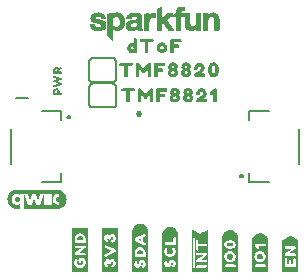
<source format=gto>
G04 EAGLE Gerber RS-274X export*
G75*
%MOMM*%
%FSLAX34Y34*%
%LPD*%
%INSilkscreen Top*%
%IPPOS*%
%AMOC8*
5,1,8,0,0,1.08239X$1,22.5*%
G01*
%ADD10C,0.203200*%
%ADD11C,0.523012*%
%ADD12C,0.152400*%

G36*
X16132Y74223D02*
X16132Y74223D01*
X43629Y74223D01*
X43631Y74224D01*
X43633Y74223D01*
X44160Y74256D01*
X44161Y74256D01*
X44163Y74256D01*
X45215Y74362D01*
X45217Y74364D01*
X45221Y74363D01*
X45737Y74470D01*
X45739Y74472D01*
X45742Y74471D01*
X46753Y74785D01*
X46754Y74787D01*
X46758Y74787D01*
X47243Y74992D01*
X47245Y74994D01*
X47249Y74994D01*
X48178Y75499D01*
X48180Y75502D01*
X48184Y75502D01*
X48618Y75800D01*
X48619Y75803D01*
X48622Y75804D01*
X49438Y76477D01*
X49439Y76480D01*
X49443Y76482D01*
X49808Y76861D01*
X49809Y76863D01*
X49811Y76865D01*
X50484Y77680D01*
X50485Y77684D01*
X50489Y77687D01*
X50770Y78132D01*
X50770Y78134D01*
X50772Y78136D01*
X51277Y79065D01*
X51276Y79069D01*
X51280Y79073D01*
X51466Y79566D01*
X51465Y79568D01*
X51467Y79570D01*
X51781Y80580D01*
X51780Y80584D01*
X51783Y80588D01*
X51868Y81108D01*
X51867Y81109D01*
X51869Y81112D01*
X51975Y82164D01*
X51973Y82167D01*
X51975Y82171D01*
X51967Y82697D01*
X51965Y82699D01*
X51966Y82703D01*
X51860Y83755D01*
X51858Y83757D01*
X51859Y83761D01*
X51757Y84277D01*
X51755Y84279D01*
X51755Y84283D01*
X51442Y85293D01*
X51439Y85295D01*
X51440Y85299D01*
X51238Y85785D01*
X51236Y85787D01*
X51236Y85791D01*
X50731Y86720D01*
X50729Y86722D01*
X50728Y86726D01*
X50433Y87162D01*
X50431Y87163D01*
X50430Y87167D01*
X49757Y87982D01*
X49754Y87983D01*
X49752Y87987D01*
X49375Y88355D01*
X49373Y88356D01*
X49372Y88359D01*
X48556Y89032D01*
X48552Y89032D01*
X48550Y89036D01*
X48106Y89320D01*
X48104Y89320D01*
X48103Y89323D01*
X47173Y89827D01*
X47169Y89827D01*
X47166Y89831D01*
X46674Y90020D01*
X46672Y90020D01*
X46670Y90021D01*
X45660Y90335D01*
X45657Y90334D01*
X45652Y90337D01*
X45134Y90427D01*
X45132Y90426D01*
X45129Y90427D01*
X44077Y90533D01*
X43836Y90558D01*
X43833Y90556D01*
X43830Y90558D01*
X10514Y90558D01*
X9985Y90553D01*
X9983Y90551D01*
X9980Y90552D01*
X8401Y90393D01*
X8397Y90390D01*
X8389Y90391D01*
X6874Y89921D01*
X6870Y89916D01*
X6862Y89916D01*
X5469Y89159D01*
X5466Y89154D01*
X5459Y89152D01*
X4241Y88136D01*
X4239Y88131D01*
X4232Y88127D01*
X3234Y86896D01*
X3234Y86891D01*
X3228Y86886D01*
X2723Y85957D01*
X2724Y85956D01*
X2722Y85955D01*
X2487Y85483D01*
X2488Y85478D01*
X2483Y85473D01*
X2170Y84463D01*
X2170Y84462D01*
X2169Y84461D01*
X2030Y83953D01*
X2031Y83948D01*
X2028Y83942D01*
X1875Y82364D01*
X1878Y82359D01*
X1875Y82351D01*
X2035Y80773D01*
X2038Y80769D01*
X2037Y80761D01*
X2503Y79245D01*
X2507Y79241D01*
X2508Y79233D01*
X3259Y77837D01*
X3264Y77834D01*
X3266Y77827D01*
X3329Y77751D01*
X3536Y77500D01*
X3537Y77500D01*
X3744Y77249D01*
X3952Y76998D01*
X4160Y76747D01*
X4277Y76605D01*
X4283Y76603D01*
X4286Y76596D01*
X5516Y75595D01*
X5521Y75595D01*
X5526Y75589D01*
X6926Y74845D01*
X6931Y74846D01*
X6937Y74840D01*
X8455Y74383D01*
X8460Y74385D01*
X8467Y74381D01*
X10045Y74223D01*
X10048Y74224D01*
X10051Y74223D01*
X12548Y74223D01*
X12567Y74235D01*
X12590Y74239D01*
X12596Y74254D01*
X12605Y74259D01*
X12603Y74270D01*
X12610Y74286D01*
X12609Y74435D01*
X12609Y78818D01*
X12602Y78829D01*
X12604Y78842D01*
X12585Y78855D01*
X12572Y78875D01*
X12559Y78873D01*
X12548Y78881D01*
X12514Y78867D01*
X12505Y78865D01*
X12503Y78862D01*
X12500Y78861D01*
X12278Y78622D01*
X11897Y78268D01*
X11464Y77984D01*
X10992Y77771D01*
X10490Y77645D01*
X9974Y77588D01*
X9453Y77609D01*
X8934Y77658D01*
X8432Y77795D01*
X7941Y77965D01*
X7488Y78219D01*
X7071Y78527D01*
X6684Y78873D01*
X6376Y79292D01*
X6099Y79732D01*
X5884Y80207D01*
X5724Y80702D01*
X5599Y81209D01*
X5500Y82251D01*
X5565Y83295D01*
X5680Y83804D01*
X5813Y84309D01*
X6029Y84782D01*
X6283Y85237D01*
X6589Y85657D01*
X6961Y86018D01*
X7364Y86343D01*
X7818Y86596D01*
X8302Y86784D01*
X8799Y86935D01*
X9840Y87015D01*
X10357Y86966D01*
X10863Y86851D01*
X11345Y86661D01*
X11787Y86392D01*
X12188Y86059D01*
X12503Y85764D01*
X12514Y85762D01*
X12520Y85753D01*
X12545Y85757D01*
X12570Y85752D01*
X12576Y85761D01*
X12587Y85763D01*
X12606Y85804D01*
X12609Y85808D01*
X12608Y85809D01*
X12609Y85810D01*
X12609Y86865D01*
X12613Y86918D01*
X15558Y86918D01*
X15558Y74278D01*
X15570Y74259D01*
X15574Y74236D01*
X15589Y74230D01*
X15594Y74221D01*
X15605Y74223D01*
X15621Y74216D01*
X16132Y74223D01*
G37*
G36*
X120826Y20540D02*
X120826Y20540D01*
X120839Y20540D01*
X121139Y20940D01*
X121139Y20948D01*
X121143Y20951D01*
X121139Y20955D01*
X121139Y20962D01*
X121149Y20970D01*
X121149Y54770D01*
X121146Y54774D01*
X121149Y54777D01*
X120949Y56177D01*
X120948Y56178D01*
X120949Y56178D01*
X120849Y56778D01*
X120841Y56785D01*
X120844Y56792D01*
X120545Y57391D01*
X120245Y58089D01*
X120241Y58092D01*
X120242Y58095D01*
X119942Y58595D01*
X119941Y58596D01*
X119941Y58597D01*
X119541Y59197D01*
X119534Y59200D01*
X119535Y59205D01*
X119035Y59705D01*
X119031Y59705D01*
X119031Y59708D01*
X118031Y60508D01*
X118023Y60509D01*
X118022Y60514D01*
X116822Y61114D01*
X116815Y61113D01*
X116814Y61117D01*
X116115Y61317D01*
X115516Y61517D01*
X115509Y61515D01*
X115507Y61519D01*
X114807Y61619D01*
X114802Y61616D01*
X114800Y61619D01*
X114100Y61619D01*
X114096Y61616D01*
X114093Y61619D01*
X113393Y61519D01*
X113392Y61518D01*
X113392Y61519D01*
X112792Y61419D01*
X112789Y61415D01*
X112786Y61417D01*
X112086Y61217D01*
X112085Y61216D01*
X112084Y61217D01*
X111484Y61017D01*
X111481Y61012D01*
X111478Y61014D01*
X110878Y60714D01*
X110876Y60710D01*
X110873Y60711D01*
X110273Y60311D01*
X110272Y60308D01*
X110269Y60308D01*
X109769Y59908D01*
X109768Y59904D01*
X109765Y59905D01*
X109265Y59405D01*
X109265Y59401D01*
X109262Y59401D01*
X108862Y58901D01*
X108861Y58897D01*
X108859Y58897D01*
X108459Y58297D01*
X108459Y58293D01*
X108456Y58292D01*
X107856Y57092D01*
X107857Y57087D01*
X107853Y57086D01*
X107653Y56486D01*
X107655Y56479D01*
X107651Y56477D01*
X107451Y55077D01*
X107454Y55072D01*
X107451Y55070D01*
X107451Y20870D01*
X107470Y20844D01*
X107470Y20831D01*
X107870Y20531D01*
X107892Y20531D01*
X107900Y20521D01*
X120800Y20521D01*
X120826Y20540D01*
G37*
G36*
X70247Y20457D02*
X70247Y20457D01*
X70245Y20460D01*
X70249Y20462D01*
X70349Y21062D01*
X70346Y21067D01*
X70349Y21070D01*
X70349Y58270D01*
X70313Y58317D01*
X70306Y58312D01*
X70300Y58319D01*
X56800Y58319D01*
X56753Y58283D01*
X56755Y58280D01*
X56751Y58278D01*
X56651Y57678D01*
X56654Y57673D01*
X56651Y57670D01*
X56651Y23870D01*
X56656Y23863D01*
X56653Y23854D01*
X56666Y23850D01*
X56687Y23823D01*
X56706Y23837D01*
X56708Y23836D01*
X56671Y23810D01*
X56666Y23793D01*
X56653Y23783D01*
X56658Y23776D01*
X56651Y23770D01*
X56651Y20470D01*
X56687Y20423D01*
X56694Y20428D01*
X56700Y20421D01*
X70200Y20421D01*
X70247Y20457D01*
G37*
G36*
X95538Y20750D02*
X95538Y20750D01*
X95546Y20752D01*
X95746Y21252D01*
X95742Y21265D01*
X95749Y21270D01*
X95749Y57870D01*
X95713Y57917D01*
X95710Y57915D01*
X95708Y57919D01*
X95108Y58019D01*
X95103Y58016D01*
X95100Y58019D01*
X82200Y58019D01*
X82153Y57983D01*
X82155Y57980D01*
X82151Y57978D01*
X82051Y57378D01*
X82054Y57373D01*
X82051Y57370D01*
X82051Y20970D01*
X82080Y20932D01*
X82082Y20924D01*
X82582Y20724D01*
X82595Y20728D01*
X82600Y20721D01*
X95500Y20721D01*
X95538Y20750D01*
G37*
G36*
X146447Y20687D02*
X146447Y20687D01*
X146444Y20691D01*
X146449Y20693D01*
X146549Y21393D01*
X146546Y21398D01*
X146549Y21400D01*
X146549Y52500D01*
X146546Y52504D01*
X146549Y52507D01*
X146449Y53207D01*
X146445Y53211D01*
X146447Y53214D01*
X146247Y53914D01*
X146246Y53915D01*
X146247Y53916D01*
X145847Y55116D01*
X145839Y55121D01*
X145841Y55127D01*
X145041Y56327D01*
X145038Y56328D01*
X145038Y56331D01*
X144638Y56831D01*
X144631Y56833D01*
X144631Y56838D01*
X144131Y57238D01*
X143532Y57738D01*
X143526Y57738D01*
X143525Y57742D01*
X143025Y58042D01*
X143022Y58042D01*
X143022Y58044D01*
X142422Y58344D01*
X142415Y58343D01*
X142414Y58347D01*
X141715Y58547D01*
X141116Y58747D01*
X141109Y58745D01*
X141107Y58749D01*
X139707Y58949D01*
X139698Y58944D01*
X139693Y58949D01*
X138993Y58849D01*
X138992Y58848D01*
X138992Y58849D01*
X138392Y58749D01*
X137693Y58649D01*
X137685Y58641D01*
X137678Y58644D01*
X135878Y57744D01*
X135875Y57737D01*
X135869Y57738D01*
X135369Y57338D01*
X135368Y57334D01*
X135365Y57335D01*
X134365Y56335D01*
X134365Y56331D01*
X134362Y56331D01*
X133962Y55831D01*
X133961Y55823D01*
X133956Y55822D01*
X133356Y54622D01*
X133357Y54615D01*
X133353Y54614D01*
X133153Y53915D01*
X132953Y53316D01*
X132955Y53309D01*
X132951Y53307D01*
X132851Y52607D01*
X132854Y52602D01*
X132851Y52600D01*
X132851Y20800D01*
X132887Y20753D01*
X132890Y20755D01*
X132892Y20751D01*
X133492Y20651D01*
X133497Y20654D01*
X133500Y20651D01*
X146400Y20651D01*
X146447Y20687D01*
G37*
G36*
X171630Y20503D02*
X171630Y20503D01*
X171642Y20505D01*
X171942Y21005D01*
X171942Y21008D01*
X171943Y21009D01*
X171942Y21011D01*
X171940Y21023D01*
X171949Y21030D01*
X171949Y56230D01*
X171917Y56273D01*
X171916Y56277D01*
X171616Y56377D01*
X171590Y56368D01*
X171578Y56374D01*
X165485Y53377D01*
X164908Y53281D01*
X158822Y56274D01*
X158819Y56274D01*
X158818Y56276D01*
X158318Y56476D01*
X158315Y56475D01*
X158313Y56477D01*
X158307Y56473D01*
X158261Y56460D01*
X158266Y56442D01*
X158251Y56430D01*
X158251Y20730D01*
X158280Y20692D01*
X158282Y20684D01*
X158782Y20484D01*
X158795Y20488D01*
X158800Y20481D01*
X171600Y20481D01*
X171630Y20503D01*
G37*
G36*
X197026Y20900D02*
X197026Y20900D01*
X197039Y20900D01*
X197339Y21300D01*
X197339Y21308D01*
X197343Y21311D01*
X197339Y21315D01*
X197339Y21322D01*
X197349Y21330D01*
X197349Y49730D01*
X197346Y49734D01*
X197349Y49737D01*
X197249Y50437D01*
X197248Y50438D01*
X197249Y50438D01*
X197149Y51038D01*
X197145Y51041D01*
X197147Y51044D01*
X196947Y51744D01*
X196942Y51748D01*
X196944Y51752D01*
X196344Y52952D01*
X196337Y52955D01*
X196338Y52961D01*
X195940Y53459D01*
X195541Y54057D01*
X195531Y54061D01*
X195531Y54068D01*
X195031Y54468D01*
X195027Y54469D01*
X195027Y54471D01*
X194429Y54870D01*
X193931Y55268D01*
X193923Y55269D01*
X193922Y55274D01*
X193322Y55574D01*
X193320Y55574D01*
X193319Y55575D01*
X192619Y55875D01*
X192611Y55873D01*
X192608Y55879D01*
X192011Y55978D01*
X191314Y56177D01*
X191304Y56174D01*
X191300Y56179D01*
X190000Y56179D01*
X189996Y56176D01*
X189993Y56179D01*
X189293Y56079D01*
X189289Y56075D01*
X189286Y56077D01*
X188586Y55877D01*
X188585Y55876D01*
X188584Y55877D01*
X187984Y55677D01*
X187981Y55672D01*
X187978Y55674D01*
X186778Y55074D01*
X186775Y55067D01*
X186769Y55068D01*
X186271Y54670D01*
X185673Y54271D01*
X185669Y54261D01*
X185662Y54261D01*
X185262Y53761D01*
X185261Y53757D01*
X185259Y53757D01*
X184459Y52557D01*
X184459Y52553D01*
X184456Y52552D01*
X184156Y51952D01*
X184157Y51947D01*
X184153Y51946D01*
X183953Y51346D01*
X183955Y51339D01*
X183951Y51337D01*
X183851Y50638D01*
X183751Y50038D01*
X183752Y50037D01*
X183751Y50037D01*
X183651Y49337D01*
X183654Y49332D01*
X183651Y49330D01*
X183651Y21130D01*
X183676Y21097D01*
X183678Y21086D01*
X184078Y20886D01*
X184094Y20889D01*
X184100Y20881D01*
X197000Y20881D01*
X197026Y20900D01*
G37*
G36*
X222318Y20924D02*
X222318Y20924D01*
X222330Y20921D01*
X222730Y21221D01*
X222734Y21237D01*
X222741Y21242D01*
X222737Y21248D01*
X222739Y21252D01*
X222749Y21260D01*
X222749Y47060D01*
X222746Y47065D01*
X222749Y47068D01*
X222649Y47668D01*
X222549Y48367D01*
X222545Y48371D01*
X222547Y48374D01*
X222347Y49074D01*
X222342Y49078D01*
X222344Y49082D01*
X221744Y50282D01*
X221737Y50285D01*
X221738Y50291D01*
X221340Y50789D01*
X220941Y51387D01*
X220931Y51391D01*
X220931Y51398D01*
X220433Y51797D01*
X219935Y52295D01*
X219923Y52296D01*
X219922Y52304D01*
X218122Y53204D01*
X218115Y53203D01*
X218114Y53207D01*
X217414Y53407D01*
X217410Y53406D01*
X217408Y53409D01*
X216808Y53509D01*
X216803Y53506D01*
X216800Y53509D01*
X215400Y53509D01*
X215396Y53506D01*
X215393Y53509D01*
X214693Y53409D01*
X214692Y53408D01*
X214692Y53409D01*
X214092Y53309D01*
X214089Y53305D01*
X214086Y53307D01*
X213386Y53107D01*
X213382Y53102D01*
X213378Y53104D01*
X212178Y52504D01*
X212175Y52497D01*
X212169Y52498D01*
X211669Y52098D01*
X211668Y52094D01*
X211665Y52095D01*
X210665Y51095D01*
X210665Y51091D01*
X210662Y51091D01*
X210262Y50591D01*
X210261Y50583D01*
X210256Y50582D01*
X209356Y48782D01*
X209358Y48771D01*
X209351Y48767D01*
X209251Y48067D01*
X209151Y47368D01*
X209051Y46768D01*
X209054Y46763D01*
X209051Y46760D01*
X209051Y21360D01*
X209064Y21342D01*
X209061Y21330D01*
X209361Y20930D01*
X209392Y20922D01*
X209400Y20911D01*
X222300Y20911D01*
X222318Y20924D01*
G37*
G36*
X248147Y20977D02*
X248147Y20977D01*
X248142Y20984D01*
X248149Y20990D01*
X248149Y47390D01*
X248130Y47415D01*
X248131Y47428D01*
X247631Y47828D01*
X247623Y47829D01*
X247623Y47834D01*
X241623Y50934D01*
X241612Y50932D01*
X241610Y50934D01*
X241597Y50934D01*
X241592Y50939D01*
X240992Y50839D01*
X240985Y50831D01*
X240978Y50834D01*
X234878Y47834D01*
X234873Y47824D01*
X234865Y47825D01*
X234465Y47425D01*
X234463Y47409D01*
X234453Y47401D01*
X234457Y47395D01*
X234451Y47390D01*
X234451Y21590D01*
X234454Y21585D01*
X234451Y21582D01*
X234551Y20982D01*
X234595Y20941D01*
X234598Y20944D01*
X234600Y20941D01*
X248100Y20941D01*
X248147Y20977D01*
G37*
G36*
X90920Y216720D02*
X90920Y216720D01*
X91002Y216721D01*
X91006Y216723D01*
X91011Y216723D01*
X91083Y216762D01*
X91156Y216800D01*
X91159Y216804D01*
X91163Y216806D01*
X91210Y216873D01*
X91259Y216940D01*
X91260Y216944D01*
X91263Y216948D01*
X91290Y217090D01*
X91290Y226272D01*
X91441Y226121D01*
X91457Y226111D01*
X91472Y226093D01*
X91972Y225693D01*
X91993Y225683D01*
X92014Y225664D01*
X92514Y225364D01*
X92547Y225354D01*
X92590Y225329D01*
X93790Y224929D01*
X93815Y224927D01*
X93848Y224915D01*
X94448Y224815D01*
X94474Y224817D01*
X94510Y224810D01*
X95110Y224810D01*
X95121Y224812D01*
X95135Y224811D01*
X96635Y224911D01*
X96673Y224922D01*
X96747Y224935D01*
X98047Y225435D01*
X98077Y225456D01*
X98128Y225479D01*
X99128Y226179D01*
X99147Y226200D01*
X99179Y226221D01*
X100079Y227121D01*
X100097Y227150D01*
X100131Y227186D01*
X100831Y228286D01*
X100840Y228312D01*
X100861Y228344D01*
X101361Y229544D01*
X101367Y229580D01*
X101386Y229636D01*
X101586Y231036D01*
X101585Y231048D01*
X101589Y231063D01*
X101689Y232463D01*
X101687Y232475D01*
X101690Y232490D01*
X101690Y233890D01*
X101683Y233922D01*
X101682Y233970D01*
X101382Y235370D01*
X101371Y235393D01*
X101365Y235427D01*
X100865Y236727D01*
X100850Y236748D01*
X100838Y236782D01*
X100138Y237982D01*
X100113Y238009D01*
X100079Y238059D01*
X99179Y238959D01*
X99150Y238977D01*
X99114Y239011D01*
X98014Y239711D01*
X97984Y239721D01*
X97947Y239745D01*
X96647Y240245D01*
X96610Y240250D01*
X96557Y240267D01*
X94957Y240467D01*
X94918Y240463D01*
X94848Y240465D01*
X93048Y240165D01*
X93011Y240150D01*
X92940Y240130D01*
X92411Y239866D01*
X92340Y239830D01*
X92330Y239822D01*
X92314Y239816D01*
X91314Y239216D01*
X91294Y239196D01*
X91213Y239128D01*
X91090Y238974D01*
X91090Y239690D01*
X91090Y239691D01*
X91090Y239692D01*
X91071Y239772D01*
X91051Y239859D01*
X91050Y239860D01*
X91050Y239861D01*
X90996Y239925D01*
X90941Y239992D01*
X90940Y239993D01*
X90939Y239994D01*
X90860Y240029D01*
X90782Y240063D01*
X90781Y240063D01*
X90780Y240064D01*
X90635Y240063D01*
X90135Y239963D01*
X90128Y239959D01*
X90118Y239959D01*
X89727Y239861D01*
X88772Y239670D01*
X88410Y239670D01*
X88380Y239663D01*
X88335Y239663D01*
X87835Y239563D01*
X87828Y239559D01*
X87818Y239559D01*
X87427Y239461D01*
X86935Y239363D01*
X86923Y239357D01*
X86909Y239357D01*
X86845Y239322D01*
X86778Y239291D01*
X86769Y239280D01*
X86757Y239274D01*
X86715Y239214D01*
X86668Y239157D01*
X86665Y239143D01*
X86657Y239132D01*
X86630Y238990D01*
X86630Y220590D01*
X86647Y220516D01*
X86660Y220441D01*
X86667Y220431D01*
X86669Y220421D01*
X86693Y220392D01*
X86741Y220321D01*
X87241Y219821D01*
X87257Y219811D01*
X87272Y219793D01*
X87756Y219406D01*
X88641Y218521D01*
X88657Y218511D01*
X88672Y218493D01*
X89656Y217706D01*
X90141Y217221D01*
X90157Y217211D01*
X90172Y217193D01*
X90672Y216793D01*
X90677Y216791D01*
X90679Y216788D01*
X90754Y216754D01*
X90829Y216719D01*
X90833Y216719D01*
X90838Y216717D01*
X90920Y216720D01*
G37*
G36*
X107647Y224718D02*
X107647Y224718D01*
X107730Y224729D01*
X107972Y224810D01*
X108610Y224810D01*
X108647Y224818D01*
X108730Y224829D01*
X108972Y224910D01*
X109210Y224910D01*
X109247Y224918D01*
X109330Y224929D01*
X109616Y225025D01*
X110002Y225121D01*
X110014Y225127D01*
X110030Y225129D01*
X110330Y225229D01*
X110363Y225249D01*
X110421Y225274D01*
X110701Y225461D01*
X110800Y225510D01*
X110880Y225550D01*
X110896Y225563D01*
X110921Y225574D01*
X111179Y225745D01*
X111430Y225829D01*
X111463Y225849D01*
X111521Y225874D01*
X111730Y226013D01*
X111730Y225990D01*
X111747Y225916D01*
X111760Y225841D01*
X111767Y225831D01*
X111769Y225821D01*
X111793Y225792D01*
X111841Y225721D01*
X111847Y225715D01*
X111860Y225641D01*
X111867Y225631D01*
X111869Y225621D01*
X111893Y225592D01*
X111930Y225538D01*
X111930Y225490D01*
X111941Y225440D01*
X111943Y225389D01*
X111961Y225357D01*
X111969Y225321D01*
X112002Y225282D01*
X112026Y225237D01*
X112056Y225216D01*
X112079Y225188D01*
X112126Y225167D01*
X112168Y225137D01*
X112210Y225129D01*
X112238Y225117D01*
X112268Y225118D01*
X112310Y225110D01*
X116210Y225110D01*
X116260Y225121D01*
X116311Y225123D01*
X116343Y225141D01*
X116379Y225149D01*
X116418Y225182D01*
X116463Y225206D01*
X116484Y225236D01*
X116512Y225259D01*
X116533Y225306D01*
X116563Y225348D01*
X116571Y225390D01*
X116583Y225418D01*
X116582Y225448D01*
X116590Y225490D01*
X116590Y225590D01*
X116587Y225605D01*
X116589Y225620D01*
X116552Y225752D01*
X116551Y225759D01*
X116550Y225759D01*
X116550Y225760D01*
X116490Y225880D01*
X116490Y225890D01*
X116487Y225905D01*
X116489Y225920D01*
X116452Y226052D01*
X116451Y226059D01*
X116450Y226059D01*
X116450Y226060D01*
X116390Y226180D01*
X116390Y226190D01*
X116387Y226205D01*
X116389Y226220D01*
X116352Y226352D01*
X116351Y226359D01*
X116350Y226359D01*
X116350Y226360D01*
X116290Y226480D01*
X116290Y226790D01*
X116287Y226805D01*
X116289Y226820D01*
X116252Y226952D01*
X116251Y226959D01*
X116250Y226959D01*
X116250Y226960D01*
X116190Y227080D01*
X116190Y235990D01*
X116184Y236016D01*
X116185Y236053D01*
X115985Y237253D01*
X115970Y237289D01*
X115950Y237360D01*
X115757Y237746D01*
X115563Y238231D01*
X115561Y238235D01*
X115560Y238239D01*
X115479Y238359D01*
X114779Y239059D01*
X114759Y239071D01*
X114738Y239094D01*
X114338Y239394D01*
X114312Y239406D01*
X114280Y239430D01*
X113880Y239630D01*
X113866Y239633D01*
X113851Y239643D01*
X113351Y239843D01*
X113329Y239846D01*
X113302Y239859D01*
X112916Y239955D01*
X112330Y240151D01*
X112309Y240153D01*
X112285Y240163D01*
X111785Y240263D01*
X111753Y240262D01*
X111710Y240270D01*
X111241Y240270D01*
X110673Y240365D01*
X110646Y240363D01*
X110610Y240370D01*
X108410Y240370D01*
X108384Y240364D01*
X108348Y240365D01*
X106548Y240065D01*
X106517Y240052D01*
X106469Y240043D01*
X105469Y239643D01*
X105447Y239628D01*
X105414Y239616D01*
X104914Y239316D01*
X104902Y239304D01*
X104882Y239294D01*
X104082Y238694D01*
X104067Y238676D01*
X104041Y238659D01*
X103641Y238259D01*
X103629Y238239D01*
X103606Y238218D01*
X103306Y237818D01*
X103299Y237802D01*
X103284Y237786D01*
X102984Y237286D01*
X102974Y237253D01*
X102949Y237210D01*
X102749Y236610D01*
X102747Y236589D01*
X102741Y236573D01*
X102739Y236570D01*
X102737Y236565D01*
X102637Y236065D01*
X102637Y236055D01*
X102634Y236044D01*
X102534Y235344D01*
X102540Y235267D01*
X102543Y235189D01*
X102548Y235181D01*
X102549Y235171D01*
X102589Y235105D01*
X102626Y235037D01*
X102634Y235032D01*
X102639Y235023D01*
X102705Y234982D01*
X102768Y234937D01*
X102778Y234935D01*
X102785Y234931D01*
X102821Y234927D01*
X102910Y234910D01*
X106810Y234910D01*
X106860Y234921D01*
X106911Y234923D01*
X106943Y234941D01*
X106979Y234949D01*
X107018Y234982D01*
X107063Y235006D01*
X107084Y235036D01*
X107112Y235059D01*
X107133Y235106D01*
X107163Y235148D01*
X107171Y235190D01*
X107183Y235218D01*
X107182Y235248D01*
X107190Y235290D01*
X107190Y235500D01*
X107250Y235620D01*
X107254Y235635D01*
X107263Y235648D01*
X107289Y235782D01*
X107290Y235789D01*
X107290Y235790D01*
X107290Y236000D01*
X107423Y236265D01*
X107935Y236778D01*
X108200Y236910D01*
X108310Y236910D01*
X108347Y236918D01*
X108430Y236929D01*
X108672Y237010D01*
X109110Y237010D01*
X109147Y237018D01*
X109230Y237029D01*
X109381Y237079D01*
X109440Y237050D01*
X109455Y237046D01*
X109468Y237037D01*
X109602Y237011D01*
X109609Y237010D01*
X109610Y237010D01*
X110220Y237010D01*
X110340Y236950D01*
X110355Y236946D01*
X110368Y236937D01*
X110502Y236911D01*
X110509Y236910D01*
X110510Y236910D01*
X110620Y236910D01*
X111085Y236678D01*
X111298Y236465D01*
X111430Y236200D01*
X111430Y236090D01*
X111438Y236053D01*
X111449Y235970D01*
X111530Y235728D01*
X111530Y235528D01*
X111454Y235149D01*
X111238Y234862D01*
X110931Y234631D01*
X110422Y234462D01*
X109759Y234367D01*
X108967Y234268D01*
X108068Y234168D01*
X108051Y234162D01*
X108028Y234161D01*
X107145Y233965D01*
X106363Y233867D01*
X106348Y233862D01*
X106328Y233861D01*
X105428Y233661D01*
X105407Y233651D01*
X105377Y233646D01*
X104577Y233346D01*
X104555Y233331D01*
X104521Y233320D01*
X103821Y232920D01*
X103793Y232894D01*
X103741Y232859D01*
X103141Y232259D01*
X103127Y232236D01*
X103101Y232211D01*
X102601Y231511D01*
X102586Y231475D01*
X102549Y231410D01*
X102249Y230510D01*
X102248Y230493D01*
X102245Y230486D01*
X102245Y230472D01*
X102231Y230424D01*
X102131Y229324D01*
X102133Y229309D01*
X102130Y229290D01*
X102130Y228790D01*
X102137Y228760D01*
X102137Y228715D01*
X102237Y228215D01*
X102241Y228208D01*
X102241Y228198D01*
X102441Y227398D01*
X102457Y227368D01*
X102470Y227320D01*
X102670Y226920D01*
X102688Y226898D01*
X102706Y226862D01*
X103006Y226462D01*
X103024Y226447D01*
X103041Y226421D01*
X103641Y225821D01*
X103668Y225805D01*
X103699Y225774D01*
X103999Y225574D01*
X104019Y225566D01*
X104040Y225550D01*
X104840Y225150D01*
X104873Y225142D01*
X104918Y225121D01*
X105277Y225031D01*
X105640Y224850D01*
X105655Y224846D01*
X105668Y224837D01*
X105802Y224811D01*
X105809Y224810D01*
X105810Y224810D01*
X106272Y224810D01*
X106735Y224717D01*
X106767Y224718D01*
X106810Y224710D01*
X107610Y224710D01*
X107647Y224718D01*
G37*
G36*
X132460Y225121D02*
X132460Y225121D01*
X132511Y225123D01*
X132543Y225141D01*
X132579Y225149D01*
X132618Y225182D01*
X132663Y225206D01*
X132684Y225236D01*
X132712Y225259D01*
X132733Y225306D01*
X132763Y225348D01*
X132771Y225390D01*
X132783Y225418D01*
X132782Y225448D01*
X132790Y225490D01*
X132790Y230233D01*
X133837Y231279D01*
X137485Y225292D01*
X137510Y225267D01*
X137526Y225237D01*
X137569Y225207D01*
X137607Y225169D01*
X137640Y225157D01*
X137668Y225137D01*
X137734Y225125D01*
X137770Y225112D01*
X137788Y225114D01*
X137810Y225110D01*
X142510Y225110D01*
X142582Y225127D01*
X142654Y225138D01*
X142665Y225146D01*
X142679Y225149D01*
X142735Y225196D01*
X142795Y225239D01*
X142802Y225251D01*
X142812Y225259D01*
X142842Y225327D01*
X142877Y225391D01*
X142878Y225405D01*
X142883Y225418D01*
X142880Y225491D01*
X142883Y225564D01*
X142877Y225578D01*
X142877Y225591D01*
X142858Y225625D01*
X142828Y225698D01*
X137099Y234437D01*
X142176Y239419D01*
X142191Y239442D01*
X142212Y239459D01*
X142237Y239514D01*
X142269Y239565D01*
X142272Y239592D01*
X142283Y239618D01*
X142281Y239678D01*
X142287Y239737D01*
X142278Y239763D01*
X142277Y239791D01*
X142248Y239843D01*
X142227Y239900D01*
X142207Y239919D01*
X142194Y239943D01*
X142145Y239977D01*
X142101Y240019D01*
X142075Y240027D01*
X142052Y240043D01*
X141972Y240058D01*
X141936Y240069D01*
X141924Y240068D01*
X141910Y240070D01*
X137310Y240070D01*
X137232Y240052D01*
X137154Y240037D01*
X137148Y240032D01*
X137141Y240031D01*
X137116Y240010D01*
X137036Y239953D01*
X132790Y235535D01*
X132790Y245090D01*
X132776Y245152D01*
X132769Y245214D01*
X132756Y245235D01*
X132751Y245259D01*
X132710Y245308D01*
X132677Y245361D01*
X132656Y245374D01*
X132641Y245392D01*
X132583Y245418D01*
X132529Y245451D01*
X132505Y245453D01*
X132482Y245463D01*
X132419Y245461D01*
X132356Y245466D01*
X132331Y245458D01*
X132309Y245457D01*
X132276Y245439D01*
X132219Y245419D01*
X128419Y243219D01*
X128391Y243192D01*
X128357Y243174D01*
X128329Y243134D01*
X128293Y243100D01*
X128280Y243064D01*
X128257Y243032D01*
X128246Y242973D01*
X128233Y242938D01*
X128235Y242917D01*
X128230Y242890D01*
X128230Y225490D01*
X128241Y225440D01*
X128243Y225389D01*
X128261Y225357D01*
X128269Y225321D01*
X128302Y225282D01*
X128326Y225237D01*
X128356Y225216D01*
X128379Y225188D01*
X128426Y225167D01*
X128468Y225137D01*
X128510Y225129D01*
X128538Y225117D01*
X128568Y225118D01*
X128610Y225110D01*
X132410Y225110D01*
X132460Y225121D01*
G37*
G36*
X171860Y225121D02*
X171860Y225121D01*
X171911Y225123D01*
X171943Y225141D01*
X171979Y225149D01*
X172018Y225182D01*
X172063Y225206D01*
X172084Y225236D01*
X172112Y225259D01*
X172133Y225306D01*
X172163Y225348D01*
X172171Y225390D01*
X172183Y225418D01*
X172182Y225448D01*
X172190Y225490D01*
X172190Y233848D01*
X172379Y234696D01*
X172562Y235337D01*
X172823Y235772D01*
X173164Y236199D01*
X173540Y236424D01*
X174806Y236605D01*
X175856Y236430D01*
X176138Y236218D01*
X176394Y235878D01*
X176662Y235430D01*
X176838Y234902D01*
X176930Y234263D01*
X176930Y225490D01*
X176941Y225440D01*
X176943Y225389D01*
X176961Y225357D01*
X176969Y225321D01*
X177002Y225282D01*
X177026Y225237D01*
X177056Y225216D01*
X177079Y225188D01*
X177126Y225167D01*
X177168Y225137D01*
X177210Y225129D01*
X177238Y225117D01*
X177268Y225118D01*
X177310Y225110D01*
X181210Y225110D01*
X181260Y225121D01*
X181311Y225123D01*
X181343Y225141D01*
X181379Y225149D01*
X181418Y225182D01*
X181463Y225206D01*
X181484Y225236D01*
X181512Y225259D01*
X181533Y225306D01*
X181563Y225348D01*
X181571Y225390D01*
X181583Y225418D01*
X181582Y225448D01*
X181590Y225490D01*
X181590Y234190D01*
X181587Y234203D01*
X181589Y234219D01*
X181489Y235519D01*
X181488Y235522D01*
X181489Y235524D01*
X181389Y236624D01*
X181376Y236662D01*
X181363Y236731D01*
X180963Y237731D01*
X180951Y237749D01*
X180942Y237775D01*
X180442Y238675D01*
X180416Y238703D01*
X180379Y238759D01*
X179779Y239359D01*
X179746Y239379D01*
X179695Y239422D01*
X178795Y239922D01*
X178758Y239933D01*
X178702Y239959D01*
X177502Y240259D01*
X177485Y240259D01*
X177464Y240266D01*
X176064Y240466D01*
X176025Y240463D01*
X175948Y240465D01*
X174748Y240265D01*
X174724Y240255D01*
X174690Y240251D01*
X173490Y239851D01*
X173461Y239833D01*
X173414Y239816D01*
X172914Y239516D01*
X172908Y239510D01*
X172899Y239506D01*
X172299Y239106D01*
X172273Y239078D01*
X172213Y239028D01*
X171990Y238749D01*
X171990Y239690D01*
X171979Y239740D01*
X171977Y239791D01*
X171959Y239823D01*
X171951Y239859D01*
X171918Y239898D01*
X171894Y239943D01*
X171864Y239964D01*
X171841Y239992D01*
X171794Y240013D01*
X171752Y240043D01*
X171710Y240051D01*
X171682Y240063D01*
X171652Y240062D01*
X171610Y240070D01*
X168010Y240070D01*
X167970Y240061D01*
X167930Y240062D01*
X167887Y240042D01*
X167841Y240031D01*
X167810Y240005D01*
X167773Y239988D01*
X167744Y239951D01*
X167708Y239921D01*
X167691Y239884D01*
X167666Y239852D01*
X167652Y239796D01*
X167637Y239762D01*
X167638Y239740D01*
X167630Y239711D01*
X167530Y237911D01*
X167532Y237902D01*
X167530Y237890D01*
X167530Y225490D01*
X167541Y225440D01*
X167543Y225389D01*
X167561Y225357D01*
X167569Y225321D01*
X167602Y225282D01*
X167626Y225237D01*
X167656Y225216D01*
X167679Y225188D01*
X167726Y225167D01*
X167768Y225137D01*
X167810Y225129D01*
X167838Y225117D01*
X167868Y225118D01*
X167910Y225110D01*
X171810Y225110D01*
X171860Y225121D01*
G37*
G36*
X158464Y224814D02*
X158464Y224814D01*
X158468Y224815D01*
X158473Y224815D01*
X159073Y224915D01*
X159096Y224925D01*
X159130Y224929D01*
X160330Y225329D01*
X160359Y225347D01*
X160406Y225364D01*
X160906Y225664D01*
X160932Y225689D01*
X160979Y225721D01*
X161464Y226206D01*
X161730Y226419D01*
X161730Y225490D01*
X161741Y225440D01*
X161743Y225389D01*
X161761Y225357D01*
X161769Y225321D01*
X161802Y225282D01*
X161826Y225237D01*
X161856Y225216D01*
X161879Y225188D01*
X161926Y225167D01*
X161968Y225137D01*
X162010Y225129D01*
X162038Y225117D01*
X162068Y225118D01*
X162110Y225110D01*
X165810Y225110D01*
X165860Y225121D01*
X165911Y225123D01*
X165943Y225141D01*
X165979Y225149D01*
X166018Y225182D01*
X166063Y225206D01*
X166084Y225236D01*
X166112Y225259D01*
X166133Y225306D01*
X166163Y225348D01*
X166171Y225390D01*
X166183Y225418D01*
X166182Y225448D01*
X166190Y225490D01*
X166190Y239690D01*
X166179Y239740D01*
X166177Y239791D01*
X166159Y239823D01*
X166151Y239859D01*
X166118Y239898D01*
X166094Y239943D01*
X166064Y239964D01*
X166041Y239992D01*
X165994Y240013D01*
X165952Y240043D01*
X165910Y240051D01*
X165882Y240063D01*
X165852Y240062D01*
X165810Y240070D01*
X162010Y240070D01*
X161960Y240059D01*
X161909Y240057D01*
X161877Y240039D01*
X161841Y240031D01*
X161802Y239998D01*
X161757Y239974D01*
X161736Y239944D01*
X161708Y239921D01*
X161687Y239874D01*
X161657Y239832D01*
X161649Y239790D01*
X161637Y239762D01*
X161638Y239732D01*
X161630Y239690D01*
X161630Y232309D01*
X161532Y231330D01*
X161436Y230464D01*
X161258Y229843D01*
X161008Y229426D01*
X160574Y228992D01*
X160176Y228753D01*
X159653Y228666D01*
X159010Y228574D01*
X158374Y228665D01*
X157969Y228746D01*
X157660Y228978D01*
X157334Y229304D01*
X157167Y229721D01*
X156982Y230278D01*
X156890Y230917D01*
X156890Y239690D01*
X156879Y239740D01*
X156877Y239791D01*
X156859Y239823D01*
X156851Y239859D01*
X156818Y239898D01*
X156794Y239943D01*
X156764Y239964D01*
X156741Y239992D01*
X156694Y240013D01*
X156652Y240043D01*
X156610Y240051D01*
X156582Y240063D01*
X156552Y240062D01*
X156510Y240070D01*
X152610Y240070D01*
X152560Y240059D01*
X152509Y240057D01*
X152477Y240039D01*
X152441Y240031D01*
X152402Y239998D01*
X152357Y239974D01*
X152336Y239944D01*
X152308Y239921D01*
X152287Y239874D01*
X152257Y239832D01*
X152249Y239790D01*
X152237Y239762D01*
X152238Y239732D01*
X152230Y239690D01*
X152230Y229690D01*
X152236Y229662D01*
X152236Y229622D01*
X152436Y228522D01*
X152443Y228505D01*
X152446Y228481D01*
X152746Y227481D01*
X152762Y227452D01*
X152778Y227405D01*
X153278Y226505D01*
X153297Y226484D01*
X153363Y226401D01*
X154063Y225801D01*
X154091Y225787D01*
X154125Y225758D01*
X155025Y225258D01*
X155060Y225248D01*
X155110Y225223D01*
X156210Y224923D01*
X156231Y224922D01*
X156256Y224914D01*
X157656Y224714D01*
X157695Y224717D01*
X157764Y224714D01*
X158464Y224814D01*
G37*
G36*
X80136Y224816D02*
X80136Y224816D01*
X80173Y224815D01*
X81373Y225015D01*
X81400Y225026D01*
X81440Y225033D01*
X82540Y225433D01*
X82556Y225443D01*
X82580Y225450D01*
X82900Y225610D01*
X83580Y225950D01*
X83602Y225968D01*
X83638Y225986D01*
X84438Y226586D01*
X84460Y226612D01*
X84526Y226679D01*
X85126Y227579D01*
X85134Y227599D01*
X85150Y227620D01*
X85650Y228620D01*
X85650Y228621D01*
X85651Y228621D01*
X85689Y228761D01*
X85789Y230061D01*
X85785Y230090D01*
X85788Y230132D01*
X85688Y231032D01*
X85676Y231067D01*
X85666Y231124D01*
X85366Y231924D01*
X85347Y231953D01*
X85326Y232001D01*
X84926Y232601D01*
X84898Y232628D01*
X84853Y232682D01*
X84253Y233182D01*
X84228Y233195D01*
X84199Y233220D01*
X83499Y233620D01*
X83480Y233626D01*
X83460Y233640D01*
X82760Y233940D01*
X82752Y233941D01*
X82744Y233946D01*
X81944Y234246D01*
X81920Y234249D01*
X81893Y234261D01*
X80998Y234460D01*
X80202Y234659D01*
X80182Y234659D01*
X80157Y234667D01*
X79386Y234764D01*
X78023Y235153D01*
X77489Y235331D01*
X77182Y235562D01*
X76966Y235849D01*
X76900Y236181D01*
X76975Y236484D01*
X77030Y236646D01*
X77479Y236945D01*
X77672Y237010D01*
X78010Y237010D01*
X78047Y237018D01*
X78130Y237029D01*
X78372Y237110D01*
X79172Y237110D01*
X79627Y237019D01*
X79977Y236931D01*
X80285Y236778D01*
X80767Y236296D01*
X80839Y236007D01*
X80937Y235515D01*
X80943Y235503D01*
X80943Y235489D01*
X80979Y235425D01*
X81009Y235358D01*
X81020Y235349D01*
X81026Y235337D01*
X81086Y235295D01*
X81143Y235248D01*
X81157Y235245D01*
X81168Y235237D01*
X81310Y235210D01*
X85010Y235210D01*
X85093Y235229D01*
X85175Y235247D01*
X85176Y235249D01*
X85179Y235249D01*
X85244Y235303D01*
X85310Y235356D01*
X85311Y235358D01*
X85312Y235359D01*
X85347Y235436D01*
X85382Y235513D01*
X85382Y235516D01*
X85383Y235518D01*
X85383Y235534D01*
X85384Y235658D01*
X85184Y236758D01*
X85171Y236787D01*
X85163Y236831D01*
X84763Y237831D01*
X84743Y237860D01*
X84696Y237940D01*
X83996Y238740D01*
X83983Y238750D01*
X83982Y238752D01*
X83967Y238763D01*
X83938Y238794D01*
X83138Y239394D01*
X83117Y239403D01*
X83095Y239422D01*
X82195Y239922D01*
X82162Y239932D01*
X82119Y239954D01*
X81119Y240254D01*
X81088Y240256D01*
X81044Y240269D01*
X78844Y240469D01*
X78817Y240465D01*
X78778Y240469D01*
X77578Y240369D01*
X77577Y240369D01*
X77576Y240369D01*
X76476Y240269D01*
X76445Y240259D01*
X76401Y240254D01*
X75401Y239954D01*
X75372Y239938D01*
X75325Y239922D01*
X74425Y239422D01*
X74409Y239407D01*
X74382Y239394D01*
X73582Y238794D01*
X73560Y238768D01*
X73521Y238737D01*
X72921Y238037D01*
X72904Y238005D01*
X72857Y237931D01*
X72457Y236931D01*
X72452Y236897D01*
X72434Y236848D01*
X72234Y235548D01*
X72237Y235509D01*
X72233Y235443D01*
X72333Y234643D01*
X72342Y234619D01*
X72343Y234596D01*
X72350Y234583D01*
X72354Y234557D01*
X72654Y233757D01*
X72659Y233750D01*
X72660Y233741D01*
X72741Y233621D01*
X73741Y232621D01*
X73774Y232601D01*
X73821Y232560D01*
X74521Y232160D01*
X74547Y232152D01*
X74577Y232134D01*
X75377Y231834D01*
X75395Y231832D01*
X75418Y231821D01*
X76197Y231626D01*
X76977Y231334D01*
X77003Y231331D01*
X77035Y231317D01*
X78032Y231118D01*
X78916Y230921D01*
X80257Y230538D01*
X80674Y230288D01*
X80915Y230048D01*
X81057Y229834D01*
X81130Y229543D01*
X81130Y229180D01*
X80998Y228915D01*
X80516Y228433D01*
X80218Y228359D01*
X80198Y228349D01*
X80169Y228343D01*
X79737Y228170D01*
X79410Y228170D01*
X79374Y228162D01*
X79318Y228159D01*
X78994Y228078D01*
X78479Y228164D01*
X78019Y228256D01*
X77098Y228624D01*
X76823Y228830D01*
X76663Y229231D01*
X76655Y229243D01*
X76650Y229260D01*
X76476Y229609D01*
X76385Y230153D01*
X76377Y230171D01*
X76377Y230191D01*
X76344Y230250D01*
X76318Y230312D01*
X76303Y230326D01*
X76294Y230343D01*
X76239Y230382D01*
X76188Y230426D01*
X76168Y230431D01*
X76152Y230443D01*
X76047Y230463D01*
X76020Y230470D01*
X76016Y230469D01*
X76010Y230470D01*
X72310Y230470D01*
X72230Y230452D01*
X72150Y230435D01*
X72146Y230432D01*
X72141Y230431D01*
X72078Y230379D01*
X72014Y230329D01*
X72012Y230324D01*
X72008Y230321D01*
X71974Y230246D01*
X71939Y230172D01*
X71939Y230167D01*
X71937Y230162D01*
X71938Y230135D01*
X71935Y230028D01*
X72135Y228828D01*
X72146Y228800D01*
X72153Y228760D01*
X72553Y227660D01*
X72574Y227628D01*
X72610Y227557D01*
X73310Y226657D01*
X73340Y226633D01*
X73382Y226586D01*
X74182Y225986D01*
X74208Y225974D01*
X74240Y225950D01*
X75240Y225450D01*
X75259Y225445D01*
X75280Y225433D01*
X76380Y225033D01*
X76409Y225029D01*
X76448Y225015D01*
X77648Y224815D01*
X77674Y224817D01*
X77710Y224810D01*
X80110Y224810D01*
X80136Y224816D01*
G37*
G36*
X148860Y225121D02*
X148860Y225121D01*
X148911Y225123D01*
X148943Y225141D01*
X148979Y225149D01*
X149018Y225182D01*
X149063Y225206D01*
X149084Y225236D01*
X149112Y225259D01*
X149133Y225306D01*
X149163Y225348D01*
X149171Y225390D01*
X149183Y225418D01*
X149182Y225448D01*
X149190Y225490D01*
X149190Y236710D01*
X151510Y236710D01*
X151560Y236721D01*
X151611Y236723D01*
X151643Y236741D01*
X151679Y236749D01*
X151718Y236782D01*
X151763Y236806D01*
X151784Y236836D01*
X151812Y236859D01*
X151833Y236906D01*
X151863Y236948D01*
X151871Y236990D01*
X151883Y237018D01*
X151882Y237048D01*
X151890Y237090D01*
X151890Y239690D01*
X151879Y239740D01*
X151877Y239791D01*
X151859Y239823D01*
X151851Y239859D01*
X151818Y239898D01*
X151794Y239943D01*
X151764Y239964D01*
X151741Y239992D01*
X151694Y240013D01*
X151652Y240043D01*
X151610Y240051D01*
X151582Y240063D01*
X151552Y240062D01*
X151510Y240070D01*
X149190Y240070D01*
X149190Y240843D01*
X149269Y241157D01*
X149350Y241320D01*
X149356Y241343D01*
X149371Y241370D01*
X149421Y241520D01*
X149456Y241538D01*
X149972Y241710D01*
X151710Y241710D01*
X151760Y241721D01*
X151811Y241723D01*
X151843Y241741D01*
X151879Y241749D01*
X151918Y241782D01*
X151963Y241806D01*
X151984Y241836D01*
X152012Y241859D01*
X152033Y241906D01*
X152063Y241948D01*
X152071Y241990D01*
X152083Y242018D01*
X152082Y242048D01*
X152090Y242090D01*
X152090Y244990D01*
X152079Y245040D01*
X152077Y245091D01*
X152059Y245123D01*
X152051Y245159D01*
X152018Y245198D01*
X151994Y245243D01*
X151964Y245264D01*
X151941Y245292D01*
X151894Y245313D01*
X151852Y245343D01*
X151810Y245351D01*
X151782Y245363D01*
X151752Y245362D01*
X151710Y245370D01*
X150772Y245370D01*
X150530Y245451D01*
X150493Y245454D01*
X150410Y245470D01*
X149610Y245470D01*
X149595Y245467D01*
X149576Y245469D01*
X148476Y245369D01*
X148445Y245359D01*
X148401Y245354D01*
X147401Y245054D01*
X147391Y245048D01*
X147377Y245046D01*
X146577Y244746D01*
X146570Y244741D01*
X146561Y244740D01*
X146441Y244659D01*
X145841Y244059D01*
X145833Y244046D01*
X145818Y244033D01*
X145318Y243433D01*
X145305Y243408D01*
X145280Y243379D01*
X144880Y242679D01*
X144869Y242642D01*
X144841Y242582D01*
X144641Y241782D01*
X144641Y241760D01*
X144632Y241732D01*
X144532Y240832D01*
X144534Y240813D01*
X144530Y240790D01*
X144530Y240070D01*
X143710Y240070D01*
X143694Y240067D01*
X143678Y240069D01*
X143611Y240047D01*
X143541Y240031D01*
X143529Y240020D01*
X143513Y240015D01*
X143417Y239928D01*
X143408Y239921D01*
X143407Y239919D01*
X143406Y239918D01*
X143138Y239562D01*
X142782Y239294D01*
X142767Y239276D01*
X142741Y239259D01*
X142141Y238659D01*
X142129Y238639D01*
X142106Y238618D01*
X141838Y238262D01*
X141482Y237994D01*
X141467Y237976D01*
X141441Y237959D01*
X140841Y237359D01*
X140828Y237337D01*
X140808Y237321D01*
X140782Y237264D01*
X140750Y237212D01*
X140747Y237186D01*
X140737Y237162D01*
X140739Y237101D01*
X140733Y237039D01*
X140742Y237015D01*
X140743Y236989D01*
X140773Y236935D01*
X140795Y236877D01*
X140814Y236860D01*
X140826Y236837D01*
X140877Y236802D01*
X140922Y236760D01*
X140947Y236752D01*
X140968Y236737D01*
X141052Y236721D01*
X141088Y236710D01*
X141098Y236712D01*
X141110Y236710D01*
X144530Y236710D01*
X144530Y225490D01*
X144541Y225440D01*
X144543Y225389D01*
X144561Y225357D01*
X144569Y225321D01*
X144602Y225282D01*
X144626Y225237D01*
X144656Y225216D01*
X144679Y225188D01*
X144726Y225167D01*
X144768Y225137D01*
X144810Y225129D01*
X144838Y225117D01*
X144868Y225118D01*
X144910Y225110D01*
X148810Y225110D01*
X148860Y225121D01*
G37*
G36*
X122816Y185833D02*
X122816Y185833D01*
X122827Y185829D01*
X123427Y186229D01*
X123434Y186247D01*
X123438Y186250D01*
X123446Y186253D01*
X123746Y187053D01*
X123743Y187065D01*
X123749Y187070D01*
X123749Y196570D01*
X123743Y196578D01*
X123747Y196584D01*
X123547Y197284D01*
X123530Y197296D01*
X123531Y197308D01*
X123031Y197708D01*
X123011Y197709D01*
X123004Y197719D01*
X121904Y197819D01*
X121891Y197811D01*
X121883Y197816D01*
X121083Y197516D01*
X121073Y197500D01*
X121061Y197501D01*
X119561Y195601D01*
X119561Y195600D01*
X117667Y193108D01*
X117014Y192735D01*
X114040Y196799D01*
X113540Y197499D01*
X113521Y197505D01*
X113517Y197516D01*
X112717Y197816D01*
X112705Y197813D01*
X112700Y197819D01*
X111700Y197819D01*
X111684Y197807D01*
X111673Y197811D01*
X111073Y197411D01*
X111065Y197388D01*
X111053Y197384D01*
X110853Y196684D01*
X110856Y196674D01*
X110851Y196670D01*
X110851Y186470D01*
X110867Y186449D01*
X110865Y186435D01*
X111365Y185935D01*
X111389Y185932D01*
X111396Y185921D01*
X112496Y185821D01*
X112506Y185827D01*
X112512Y185822D01*
X113312Y186022D01*
X113328Y186042D01*
X113341Y186043D01*
X113741Y186643D01*
X113740Y186663D01*
X113749Y186670D01*
X113749Y192551D01*
X113862Y192438D01*
X116060Y189441D01*
X116069Y189438D01*
X116068Y189432D01*
X116668Y188932D01*
X116691Y188931D01*
X116697Y188924D01*
X116698Y188924D01*
X116700Y188921D01*
X117600Y188921D01*
X117604Y188924D01*
X117605Y188924D01*
X117615Y188931D01*
X117624Y188927D01*
X118324Y189327D01*
X118331Y189342D01*
X118341Y189343D01*
X118740Y189941D01*
X120751Y192622D01*
X120751Y186770D01*
X120759Y186759D01*
X120755Y186751D01*
X121055Y186051D01*
X121083Y186035D01*
X121088Y186022D01*
X121888Y185822D01*
X121896Y185826D01*
X121900Y185821D01*
X122800Y185821D01*
X122816Y185833D01*
G37*
G36*
X124516Y164243D02*
X124516Y164243D01*
X124527Y164239D01*
X125127Y164639D01*
X125134Y164657D01*
X125138Y164661D01*
X125136Y164663D01*
X125148Y164668D01*
X125348Y165468D01*
X125344Y165476D01*
X125349Y165480D01*
X125349Y174980D01*
X125346Y174984D01*
X125349Y174987D01*
X125249Y175687D01*
X125230Y175705D01*
X125231Y175718D01*
X124731Y176118D01*
X124711Y176119D01*
X124704Y176129D01*
X123604Y176229D01*
X123591Y176221D01*
X123583Y176226D01*
X122783Y175926D01*
X122773Y175911D01*
X122762Y175912D01*
X121162Y174012D01*
X121162Y174009D01*
X121160Y174009D01*
X119366Y171517D01*
X118714Y171145D01*
X115740Y175209D01*
X115240Y175909D01*
X115221Y175915D01*
X115217Y175926D01*
X114417Y176226D01*
X114405Y176223D01*
X114400Y176229D01*
X113400Y176229D01*
X113384Y176217D01*
X113373Y176221D01*
X112773Y175821D01*
X112765Y175798D01*
X112753Y175794D01*
X112553Y175094D01*
X112556Y175084D01*
X112551Y175080D01*
X112551Y164880D01*
X112567Y164859D01*
X112565Y164845D01*
X113065Y164345D01*
X113089Y164342D01*
X113096Y164331D01*
X114196Y164231D01*
X114206Y164237D01*
X114212Y164232D01*
X115012Y164432D01*
X115028Y164452D01*
X115041Y164453D01*
X115441Y165053D01*
X115440Y165073D01*
X115449Y165080D01*
X115449Y170961D01*
X115562Y170848D01*
X117760Y167851D01*
X117769Y167848D01*
X117768Y167842D01*
X118368Y167342D01*
X118391Y167341D01*
X118397Y167334D01*
X118398Y167334D01*
X118400Y167331D01*
X119300Y167331D01*
X119304Y167334D01*
X119305Y167334D01*
X119315Y167341D01*
X119324Y167337D01*
X120024Y167737D01*
X120031Y167752D01*
X120041Y167753D01*
X120440Y168351D01*
X122451Y171032D01*
X122451Y165180D01*
X122459Y165169D01*
X122455Y165161D01*
X122755Y164461D01*
X122783Y164445D01*
X122788Y164432D01*
X123588Y164232D01*
X123596Y164236D01*
X123600Y164231D01*
X124500Y164231D01*
X124516Y164243D01*
G37*
G36*
X177207Y185826D02*
X177207Y185826D01*
X177212Y185822D01*
X178012Y186022D01*
X178017Y186028D01*
X178022Y186026D01*
X178822Y186426D01*
X178827Y186436D01*
X178835Y186435D01*
X179435Y187035D01*
X179435Y187039D01*
X179438Y187038D01*
X179938Y187638D01*
X179938Y187643D01*
X179941Y187643D01*
X180341Y188243D01*
X180340Y188251D01*
X180346Y188253D01*
X180646Y189053D01*
X180645Y189056D01*
X180648Y189058D01*
X180848Y189858D01*
X180846Y189863D01*
X180849Y189865D01*
X181049Y191665D01*
X181047Y191668D01*
X181049Y191670D01*
X181049Y192570D01*
X181047Y192573D01*
X181049Y192575D01*
X180949Y193475D01*
X180945Y193479D01*
X180948Y193482D01*
X180548Y195082D01*
X180544Y195085D01*
X180546Y195087D01*
X180246Y195887D01*
X180238Y195892D01*
X180240Y195899D01*
X179740Y196599D01*
X179737Y196599D01*
X179738Y196602D01*
X179238Y197202D01*
X179227Y197204D01*
X179226Y197212D01*
X178426Y197712D01*
X178425Y197712D01*
X178424Y197713D01*
X177724Y198113D01*
X177711Y198111D01*
X177706Y198119D01*
X176906Y198219D01*
X176902Y198217D01*
X176900Y198219D01*
X175900Y198219D01*
X175893Y198214D01*
X175888Y198218D01*
X175088Y198018D01*
X175084Y198013D01*
X175081Y198015D01*
X174381Y197715D01*
X174379Y197713D01*
X174378Y197714D01*
X173578Y197314D01*
X173569Y197297D01*
X173558Y197295D01*
X173258Y196796D01*
X172859Y196197D01*
X172859Y196193D01*
X172856Y196192D01*
X172456Y195392D01*
X172456Y195389D01*
X172455Y195389D01*
X172456Y195388D01*
X172454Y195387D01*
X172154Y194587D01*
X172155Y194583D01*
X172152Y194582D01*
X171952Y193782D01*
X171954Y193777D01*
X171951Y193775D01*
X171851Y192875D01*
X171853Y192872D01*
X171851Y192870D01*
X171851Y191070D01*
X171853Y191067D01*
X171851Y191065D01*
X171951Y190165D01*
X171955Y190161D01*
X171952Y190158D01*
X172352Y188558D01*
X172360Y188552D01*
X172357Y188546D01*
X172757Y187846D01*
X172761Y187844D01*
X172760Y187841D01*
X173260Y187141D01*
X173269Y187139D01*
X173268Y187132D01*
X173868Y186632D01*
X173874Y186632D01*
X173874Y186628D01*
X174674Y186128D01*
X174684Y186129D01*
X174686Y186123D01*
X175386Y185923D01*
X175392Y185925D01*
X175395Y185921D01*
X176295Y185821D01*
X176298Y185823D01*
X176300Y185821D01*
X177200Y185821D01*
X177207Y185826D01*
G37*
G36*
X121860Y225121D02*
X121860Y225121D01*
X121911Y225123D01*
X121943Y225141D01*
X121979Y225149D01*
X122018Y225182D01*
X122063Y225206D01*
X122084Y225236D01*
X122112Y225259D01*
X122133Y225306D01*
X122163Y225348D01*
X122171Y225390D01*
X122183Y225418D01*
X122182Y225448D01*
X122190Y225490D01*
X122190Y232748D01*
X122374Y233573D01*
X122931Y234873D01*
X123452Y235395D01*
X123966Y235737D01*
X124675Y235914D01*
X125629Y236010D01*
X126620Y236010D01*
X126740Y235950D01*
X126755Y235946D01*
X126768Y235937D01*
X126902Y235911D01*
X126909Y235910D01*
X126910Y235910D01*
X127010Y235910D01*
X127060Y235921D01*
X127111Y235923D01*
X127143Y235941D01*
X127179Y235949D01*
X127218Y235982D01*
X127263Y236006D01*
X127284Y236036D01*
X127312Y236059D01*
X127333Y236106D01*
X127363Y236148D01*
X127371Y236190D01*
X127383Y236218D01*
X127382Y236248D01*
X127390Y236290D01*
X127390Y239890D01*
X127373Y239964D01*
X127360Y240039D01*
X127353Y240049D01*
X127351Y240059D01*
X127327Y240088D01*
X127279Y240159D01*
X127179Y240259D01*
X127114Y240299D01*
X127052Y240343D01*
X127040Y240345D01*
X127032Y240350D01*
X126995Y240354D01*
X126910Y240370D01*
X125510Y240370D01*
X125472Y240361D01*
X125406Y240356D01*
X124006Y239956D01*
X123972Y239937D01*
X123899Y239906D01*
X122699Y239106D01*
X122678Y239084D01*
X122641Y239059D01*
X122141Y238559D01*
X122125Y238532D01*
X122094Y238501D01*
X121990Y238346D01*
X121990Y239690D01*
X121988Y239700D01*
X121990Y239710D01*
X121968Y239784D01*
X121951Y239859D01*
X121944Y239867D01*
X121941Y239877D01*
X121890Y239933D01*
X121841Y239992D01*
X121831Y239997D01*
X121824Y240004D01*
X121753Y240032D01*
X121682Y240063D01*
X121672Y240063D01*
X121662Y240067D01*
X121518Y240059D01*
X121127Y239961D01*
X120635Y239863D01*
X120628Y239859D01*
X120618Y239859D01*
X120227Y239761D01*
X119772Y239670D01*
X119310Y239670D01*
X119274Y239662D01*
X119218Y239659D01*
X118827Y239561D01*
X117835Y239363D01*
X117823Y239357D01*
X117809Y239357D01*
X117745Y239322D01*
X117678Y239291D01*
X117669Y239280D01*
X117657Y239274D01*
X117615Y239214D01*
X117568Y239157D01*
X117565Y239143D01*
X117557Y239132D01*
X117530Y238990D01*
X117530Y225490D01*
X117541Y225440D01*
X117543Y225389D01*
X117561Y225357D01*
X117569Y225321D01*
X117602Y225282D01*
X117626Y225237D01*
X117656Y225216D01*
X117679Y225188D01*
X117726Y225167D01*
X117768Y225137D01*
X117810Y225129D01*
X117838Y225117D01*
X117868Y225118D01*
X117910Y225110D01*
X121810Y225110D01*
X121860Y225121D01*
G37*
G36*
X155607Y164236D02*
X155607Y164236D01*
X155612Y164232D01*
X156412Y164432D01*
X156417Y164438D01*
X156422Y164436D01*
X157222Y164836D01*
X157225Y164841D01*
X157229Y164840D01*
X157929Y165340D01*
X157930Y165346D01*
X157935Y165345D01*
X158535Y165945D01*
X158536Y165951D01*
X158540Y165951D01*
X159040Y166651D01*
X159040Y166665D01*
X159048Y166668D01*
X159248Y167468D01*
X159246Y167472D01*
X159249Y167474D01*
X159349Y168274D01*
X159347Y168278D01*
X159349Y168280D01*
X159349Y168780D01*
X159342Y168790D01*
X159346Y168797D01*
X159046Y169597D01*
X159040Y169601D01*
X159042Y169606D01*
X158542Y170406D01*
X158534Y170409D01*
X158535Y170415D01*
X158067Y170883D01*
X158538Y171448D01*
X158538Y171456D01*
X158539Y171457D01*
X158539Y171458D01*
X158545Y171460D01*
X158945Y172360D01*
X158943Y172370D01*
X158949Y172374D01*
X159049Y173174D01*
X159043Y173184D01*
X159048Y173191D01*
X158848Y174091D01*
X158843Y174095D01*
X158845Y174099D01*
X158545Y174799D01*
X158538Y174803D01*
X158540Y174809D01*
X158040Y175509D01*
X158029Y175512D01*
X158029Y175520D01*
X157329Y176020D01*
X157325Y176020D01*
X157324Y176023D01*
X156624Y176423D01*
X156619Y176422D01*
X156617Y176426D01*
X155817Y176726D01*
X155805Y176723D01*
X155800Y176729D01*
X154900Y176729D01*
X154896Y176726D01*
X154894Y176729D01*
X154094Y176629D01*
X154091Y176626D01*
X154088Y176628D01*
X153288Y176428D01*
X153281Y176419D01*
X153274Y176422D01*
X152474Y175922D01*
X152472Y175917D01*
X152468Y175918D01*
X151868Y175418D01*
X151866Y175409D01*
X151860Y175409D01*
X151360Y174709D01*
X151360Y174699D01*
X151354Y174697D01*
X151054Y173897D01*
X151056Y173889D01*
X151051Y173886D01*
X150951Y173086D01*
X150955Y173079D01*
X150951Y173075D01*
X151051Y172175D01*
X151060Y172166D01*
X151056Y172158D01*
X151456Y171358D01*
X151466Y171353D01*
X151465Y171345D01*
X151965Y170845D01*
X151968Y170845D01*
X151968Y170842D01*
X151995Y170819D01*
X151971Y170820D01*
X151971Y170817D01*
X151968Y170818D01*
X151368Y170318D01*
X151366Y170307D01*
X151358Y170306D01*
X150858Y169506D01*
X150859Y169495D01*
X150852Y169492D01*
X150652Y168692D01*
X150656Y168684D01*
X150651Y168680D01*
X150651Y167780D01*
X150656Y167773D01*
X150652Y167768D01*
X150852Y166968D01*
X150856Y166965D01*
X150854Y166963D01*
X151154Y166163D01*
X151164Y166156D01*
X151162Y166148D01*
X151662Y165548D01*
X151671Y165546D01*
X151671Y165540D01*
X153071Y164540D01*
X153085Y164540D01*
X153088Y164532D01*
X153888Y164332D01*
X153893Y164334D01*
X153895Y164331D01*
X154795Y164231D01*
X154798Y164233D01*
X154800Y164231D01*
X155600Y164231D01*
X155607Y164236D01*
G37*
G36*
X153906Y185826D02*
X153906Y185826D01*
X153911Y185822D01*
X154811Y186022D01*
X154818Y186030D01*
X154824Y186027D01*
X155524Y186427D01*
X155526Y186431D01*
X155529Y186430D01*
X156229Y186930D01*
X156230Y186936D01*
X156235Y186935D01*
X156835Y187535D01*
X156836Y187541D01*
X156840Y187541D01*
X157340Y188241D01*
X157340Y188255D01*
X157348Y188258D01*
X157548Y189058D01*
X157546Y189062D01*
X157549Y189064D01*
X157649Y189864D01*
X157647Y189868D01*
X157649Y189870D01*
X157649Y190370D01*
X157642Y190380D01*
X157646Y190387D01*
X157346Y191187D01*
X157340Y191191D01*
X157342Y191196D01*
X156842Y191996D01*
X156834Y191999D01*
X156835Y192005D01*
X156367Y192473D01*
X156838Y193038D01*
X156838Y193046D01*
X156839Y193047D01*
X156839Y193048D01*
X156845Y193050D01*
X157245Y193950D01*
X157243Y193960D01*
X157249Y193964D01*
X157349Y194764D01*
X157343Y194774D01*
X157348Y194781D01*
X157148Y195681D01*
X157143Y195685D01*
X157145Y195689D01*
X156845Y196389D01*
X156838Y196393D01*
X156840Y196399D01*
X156340Y197099D01*
X156329Y197102D01*
X156329Y197110D01*
X155629Y197610D01*
X155625Y197610D01*
X155624Y197613D01*
X154924Y198013D01*
X154919Y198012D01*
X154917Y198016D01*
X154117Y198316D01*
X154105Y198313D01*
X154100Y198319D01*
X153200Y198319D01*
X153196Y198316D01*
X153194Y198319D01*
X152394Y198219D01*
X152391Y198216D01*
X152388Y198218D01*
X151588Y198018D01*
X151581Y198009D01*
X151574Y198012D01*
X150774Y197512D01*
X150772Y197507D01*
X150768Y197508D01*
X150168Y197008D01*
X150166Y196999D01*
X150160Y196999D01*
X149660Y196299D01*
X149660Y196289D01*
X149654Y196287D01*
X149354Y195487D01*
X149356Y195479D01*
X149351Y195476D01*
X149251Y194676D01*
X149255Y194669D01*
X149251Y194665D01*
X149351Y193765D01*
X149360Y193756D01*
X149356Y193748D01*
X149756Y192948D01*
X149766Y192943D01*
X149765Y192935D01*
X150265Y192435D01*
X150268Y192435D01*
X150268Y192432D01*
X150295Y192409D01*
X150271Y192410D01*
X150271Y192407D01*
X150268Y192408D01*
X149668Y191908D01*
X149666Y191897D01*
X149658Y191896D01*
X149158Y191096D01*
X149159Y191085D01*
X149152Y191082D01*
X148952Y190282D01*
X148956Y190274D01*
X148951Y190270D01*
X148951Y189370D01*
X148956Y189363D01*
X148952Y189358D01*
X149152Y188558D01*
X149156Y188555D01*
X149154Y188553D01*
X149454Y187753D01*
X149464Y187746D01*
X149462Y187738D01*
X149962Y187138D01*
X149971Y187136D01*
X149971Y187130D01*
X150671Y186630D01*
X150674Y186630D01*
X150674Y186628D01*
X151474Y186128D01*
X151484Y186129D01*
X151486Y186123D01*
X152186Y185923D01*
X152192Y185925D01*
X152195Y185921D01*
X153095Y185821D01*
X153098Y185823D01*
X153100Y185821D01*
X153900Y185821D01*
X153906Y185826D01*
G37*
G36*
X142807Y185826D02*
X142807Y185826D01*
X142812Y185822D01*
X143612Y186022D01*
X143618Y186030D01*
X143624Y186027D01*
X144324Y186427D01*
X144326Y186431D01*
X144329Y186430D01*
X145029Y186930D01*
X145030Y186933D01*
X145032Y186933D01*
X145732Y187533D01*
X145735Y187545D01*
X145743Y187546D01*
X146143Y188246D01*
X146141Y188255D01*
X146148Y188258D01*
X146348Y189058D01*
X146346Y189062D01*
X146349Y189064D01*
X146449Y189864D01*
X146447Y189868D01*
X146449Y189870D01*
X146449Y190370D01*
X146442Y190380D01*
X146446Y190387D01*
X146146Y191187D01*
X146140Y191191D01*
X146142Y191196D01*
X145642Y191996D01*
X145634Y191999D01*
X145635Y192005D01*
X145167Y192473D01*
X145638Y193038D01*
X145638Y193046D01*
X145639Y193047D01*
X145639Y193048D01*
X145645Y193050D01*
X146045Y193950D01*
X146043Y193960D01*
X146049Y193964D01*
X146149Y194764D01*
X146143Y194774D01*
X146148Y194781D01*
X145948Y195681D01*
X145943Y195685D01*
X145945Y195689D01*
X145645Y196389D01*
X145638Y196393D01*
X145640Y196399D01*
X145140Y197099D01*
X145129Y197102D01*
X145129Y197110D01*
X144429Y197610D01*
X144425Y197610D01*
X144424Y197613D01*
X143724Y198013D01*
X143719Y198012D01*
X143717Y198016D01*
X142917Y198316D01*
X142905Y198313D01*
X142900Y198319D01*
X142000Y198319D01*
X141996Y198316D01*
X141994Y198319D01*
X141194Y198219D01*
X141191Y198216D01*
X141188Y198218D01*
X140388Y198018D01*
X140380Y198007D01*
X140371Y198010D01*
X138971Y197010D01*
X138968Y196999D01*
X138960Y196999D01*
X138460Y196299D01*
X138460Y196289D01*
X138454Y196287D01*
X138154Y195487D01*
X138156Y195479D01*
X138151Y195476D01*
X138051Y194676D01*
X138055Y194669D01*
X138051Y194665D01*
X138151Y193765D01*
X138162Y193753D01*
X138158Y193744D01*
X138658Y192944D01*
X138662Y192942D01*
X138662Y192939D01*
X139062Y192439D01*
X139068Y192438D01*
X139068Y192432D01*
X139095Y192409D01*
X139071Y192410D01*
X139071Y192407D01*
X139068Y192408D01*
X138468Y191908D01*
X138465Y191894D01*
X138456Y191892D01*
X138056Y191092D01*
X138057Y191088D01*
X138054Y191087D01*
X137754Y190287D01*
X137758Y190275D01*
X137751Y190270D01*
X137751Y189370D01*
X137756Y189363D01*
X137752Y189358D01*
X137952Y188558D01*
X137956Y188555D01*
X137954Y188553D01*
X138254Y187753D01*
X138267Y187745D01*
X138265Y187735D01*
X138865Y187135D01*
X138869Y187135D01*
X138868Y187132D01*
X139468Y186632D01*
X139474Y186632D01*
X139474Y186628D01*
X140274Y186128D01*
X140285Y186129D01*
X140288Y186122D01*
X141088Y185922D01*
X141092Y185924D01*
X141094Y185921D01*
X141894Y185821D01*
X141898Y185823D01*
X141900Y185821D01*
X142800Y185821D01*
X142807Y185826D01*
G37*
G36*
X144507Y164236D02*
X144507Y164236D01*
X144512Y164232D01*
X145312Y164432D01*
X145318Y164440D01*
X145324Y164437D01*
X146024Y164837D01*
X146026Y164841D01*
X146029Y164840D01*
X146729Y165340D01*
X146730Y165346D01*
X146735Y165345D01*
X147335Y165945D01*
X147336Y165951D01*
X147340Y165951D01*
X147840Y166651D01*
X147840Y166665D01*
X147848Y166668D01*
X148048Y167468D01*
X148046Y167472D01*
X148049Y167474D01*
X148149Y168274D01*
X148147Y168278D01*
X148149Y168280D01*
X148149Y168780D01*
X148142Y168790D01*
X148146Y168797D01*
X147846Y169597D01*
X147840Y169601D01*
X147842Y169606D01*
X147342Y170406D01*
X147334Y170409D01*
X147335Y170415D01*
X146867Y170883D01*
X147338Y171448D01*
X147338Y171456D01*
X147339Y171457D01*
X147339Y171458D01*
X147345Y171460D01*
X147745Y172360D01*
X147743Y172370D01*
X147749Y172374D01*
X147849Y173174D01*
X147843Y173184D01*
X147848Y173191D01*
X147648Y174091D01*
X147643Y174095D01*
X147645Y174099D01*
X147345Y174799D01*
X147338Y174803D01*
X147340Y174809D01*
X146840Y175509D01*
X146829Y175512D01*
X146829Y175520D01*
X146129Y176020D01*
X146125Y176020D01*
X146124Y176023D01*
X145424Y176423D01*
X145419Y176422D01*
X145417Y176426D01*
X144617Y176726D01*
X144605Y176723D01*
X144600Y176729D01*
X143700Y176729D01*
X143696Y176726D01*
X143694Y176729D01*
X142894Y176629D01*
X142891Y176626D01*
X142888Y176628D01*
X142088Y176428D01*
X142080Y176417D01*
X142071Y176420D01*
X140671Y175420D01*
X140668Y175409D01*
X140660Y175409D01*
X140160Y174709D01*
X140160Y174699D01*
X140154Y174697D01*
X139854Y173897D01*
X139856Y173889D01*
X139851Y173886D01*
X139751Y173086D01*
X139755Y173079D01*
X139751Y173075D01*
X139851Y172175D01*
X139860Y172166D01*
X139856Y172158D01*
X140256Y171358D01*
X140266Y171353D01*
X140265Y171345D01*
X140765Y170845D01*
X140768Y170845D01*
X140768Y170842D01*
X140795Y170819D01*
X140771Y170820D01*
X140771Y170817D01*
X140768Y170818D01*
X140168Y170318D01*
X140165Y170304D01*
X140156Y170302D01*
X139756Y169502D01*
X139757Y169498D01*
X139754Y169497D01*
X139454Y168697D01*
X139458Y168685D01*
X139451Y168680D01*
X139451Y167780D01*
X139456Y167773D01*
X139452Y167768D01*
X139652Y166968D01*
X139656Y166965D01*
X139654Y166963D01*
X139954Y166163D01*
X139967Y166155D01*
X139965Y166145D01*
X140565Y165545D01*
X140569Y165545D01*
X140568Y165542D01*
X141168Y165042D01*
X141174Y165042D01*
X141174Y165038D01*
X141974Y164538D01*
X141985Y164539D01*
X141988Y164532D01*
X142788Y164332D01*
X142792Y164334D01*
X142794Y164331D01*
X143594Y164231D01*
X143598Y164233D01*
X143600Y164231D01*
X144500Y164231D01*
X144507Y164236D01*
G37*
%LPC*%
G36*
X22044Y77699D02*
X22044Y77699D01*
X19545Y77699D01*
X19531Y77753D01*
X19529Y77755D01*
X19529Y77758D01*
X16215Y86917D01*
X16314Y86918D01*
X19189Y86918D01*
X19242Y86719D01*
X19243Y86718D01*
X19243Y86717D01*
X21038Y80651D01*
X21048Y80644D01*
X21048Y80638D01*
X21054Y80635D01*
X21058Y80622D01*
X21076Y80619D01*
X21090Y80607D01*
X21107Y80615D01*
X21125Y80612D01*
X21141Y80631D01*
X21152Y80636D01*
X21153Y80645D01*
X21159Y80652D01*
X22924Y86747D01*
X22973Y86918D01*
X25819Y86907D01*
X27637Y80684D01*
X27649Y80673D01*
X27652Y80658D01*
X27673Y80653D01*
X27689Y80639D01*
X27703Y80646D01*
X27718Y80642D01*
X27740Y80663D01*
X27750Y80668D01*
X27751Y80674D01*
X27756Y80678D01*
X27854Y80923D01*
X27854Y80926D01*
X27856Y80929D01*
X29502Y86507D01*
X29626Y86918D01*
X32275Y86918D01*
X32464Y86921D01*
X32499Y86921D01*
X29176Y77857D01*
X29112Y77699D01*
X26175Y77699D01*
X26058Y78056D01*
X24500Y83109D01*
X24499Y83110D01*
X24499Y83113D01*
X24393Y83390D01*
X24380Y83399D01*
X24376Y83414D01*
X24355Y83418D01*
X24338Y83430D01*
X24325Y83422D01*
X24309Y83425D01*
X24289Y83403D01*
X24279Y83397D01*
X24279Y83391D01*
X24275Y83386D01*
X22508Y77699D01*
X22044Y77699D01*
G37*
%LPD*%
G36*
X168617Y185834D02*
X168617Y185834D01*
X168629Y185830D01*
X169329Y186330D01*
X169334Y186347D01*
X169337Y186349D01*
X169335Y186351D01*
X169337Y186357D01*
X169349Y186364D01*
X169449Y187164D01*
X169445Y187171D01*
X169449Y187175D01*
X169349Y188075D01*
X169333Y188092D01*
X169335Y188105D01*
X168835Y188605D01*
X168816Y188607D01*
X168811Y188618D01*
X167911Y188818D01*
X167903Y188815D01*
X167900Y188819D01*
X165430Y188819D01*
X165369Y188941D01*
X165916Y189123D01*
X165922Y189132D01*
X165929Y189130D01*
X166629Y189630D01*
X166630Y189633D01*
X166632Y189633D01*
X167332Y190233D01*
X167333Y190235D01*
X167335Y190235D01*
X167935Y190835D01*
X167936Y190841D01*
X167940Y190841D01*
X168440Y191541D01*
X168440Y191551D01*
X168446Y191553D01*
X168746Y192353D01*
X168745Y192356D01*
X168748Y192358D01*
X168747Y192358D01*
X168748Y192358D01*
X168948Y193158D01*
X168943Y193170D01*
X168949Y193175D01*
X168849Y194075D01*
X168849Y194076D01*
X168749Y194876D01*
X168742Y194883D01*
X168745Y194889D01*
X168445Y195589D01*
X168440Y195592D01*
X168442Y195596D01*
X167942Y196396D01*
X167934Y196399D01*
X167935Y196405D01*
X167335Y197005D01*
X167331Y197005D01*
X167332Y197008D01*
X166732Y197508D01*
X166720Y197508D01*
X166717Y197516D01*
X165917Y197816D01*
X165913Y197815D01*
X165912Y197818D01*
X165112Y198018D01*
X165104Y198014D01*
X165100Y198019D01*
X164200Y198019D01*
X164194Y198014D01*
X164189Y198018D01*
X163289Y197818D01*
X163289Y197817D01*
X163288Y197818D01*
X162488Y197618D01*
X162478Y197606D01*
X162468Y197608D01*
X161868Y197108D01*
X161868Y197104D01*
X161865Y197105D01*
X161265Y196505D01*
X161264Y196499D01*
X161260Y196499D01*
X160760Y195799D01*
X160760Y195795D01*
X160757Y195794D01*
X160357Y195094D01*
X160359Y195085D01*
X160352Y195082D01*
X160152Y194282D01*
X160154Y194277D01*
X160151Y194275D01*
X160051Y193375D01*
X160058Y193364D01*
X160053Y193356D01*
X160253Y192656D01*
X160267Y192646D01*
X160265Y192635D01*
X160765Y192135D01*
X160789Y192132D01*
X160796Y192121D01*
X161896Y192021D01*
X161904Y192026D01*
X161914Y192026D01*
X161917Y192024D01*
X162717Y192324D01*
X162730Y192344D01*
X162732Y192346D01*
X162744Y192348D01*
X163044Y192948D01*
X163042Y192960D01*
X163049Y192965D01*
X163148Y193857D01*
X163440Y194538D01*
X164113Y195019D01*
X164983Y194922D01*
X165562Y194536D01*
X165947Y193765D01*
X165754Y193088D01*
X165361Y192301D01*
X164770Y191809D01*
X164073Y191311D01*
X161875Y190012D01*
X161874Y190009D01*
X161871Y190010D01*
X161171Y189510D01*
X161168Y189499D01*
X161160Y189499D01*
X160660Y188799D01*
X160660Y188795D01*
X160657Y188794D01*
X160257Y188094D01*
X160259Y188085D01*
X160252Y188082D01*
X160052Y187282D01*
X160060Y187263D01*
X160054Y187253D01*
X160354Y186453D01*
X160371Y186442D01*
X160371Y186430D01*
X161071Y185930D01*
X161089Y185930D01*
X161094Y185921D01*
X161894Y185821D01*
X161898Y185823D01*
X161900Y185821D01*
X168600Y185821D01*
X168617Y185834D01*
G37*
G36*
X170317Y164244D02*
X170317Y164244D01*
X170329Y164240D01*
X171029Y164740D01*
X171034Y164757D01*
X171037Y164759D01*
X171035Y164761D01*
X171037Y164767D01*
X171049Y164774D01*
X171149Y165574D01*
X171145Y165581D01*
X171149Y165585D01*
X171049Y166485D01*
X171033Y166502D01*
X171035Y166515D01*
X170535Y167015D01*
X170516Y167017D01*
X170511Y167028D01*
X169611Y167228D01*
X169603Y167225D01*
X169600Y167229D01*
X167130Y167229D01*
X167069Y167351D01*
X167616Y167533D01*
X167622Y167542D01*
X167629Y167540D01*
X168329Y168040D01*
X168330Y168043D01*
X168332Y168043D01*
X169032Y168643D01*
X169033Y168645D01*
X169035Y168645D01*
X169635Y169245D01*
X169636Y169251D01*
X169640Y169251D01*
X170140Y169951D01*
X170140Y169961D01*
X170146Y169963D01*
X170446Y170763D01*
X170445Y170766D01*
X170448Y170768D01*
X170447Y170768D01*
X170448Y170768D01*
X170648Y171568D01*
X170643Y171580D01*
X170649Y171585D01*
X170549Y172485D01*
X170549Y172486D01*
X170449Y173286D01*
X170439Y173296D01*
X170443Y173304D01*
X170044Y174003D01*
X169644Y174802D01*
X169634Y174807D01*
X169635Y174815D01*
X169035Y175415D01*
X169031Y175415D01*
X169032Y175418D01*
X168432Y175918D01*
X168420Y175918D01*
X168417Y175926D01*
X167617Y176226D01*
X167613Y176225D01*
X167612Y176228D01*
X166812Y176428D01*
X166804Y176424D01*
X166800Y176429D01*
X165900Y176429D01*
X165894Y176424D01*
X165889Y176428D01*
X164989Y176228D01*
X164989Y176227D01*
X164988Y176228D01*
X164188Y176028D01*
X164178Y176016D01*
X164168Y176018D01*
X163568Y175518D01*
X163568Y175514D01*
X163565Y175515D01*
X162965Y174915D01*
X162964Y174909D01*
X162960Y174909D01*
X162460Y174209D01*
X162460Y174205D01*
X162457Y174204D01*
X162057Y173504D01*
X162059Y173495D01*
X162052Y173492D01*
X161852Y172692D01*
X161854Y172687D01*
X161851Y172685D01*
X161751Y171785D01*
X161758Y171774D01*
X161753Y171766D01*
X161953Y171066D01*
X161967Y171056D01*
X161965Y171045D01*
X162465Y170545D01*
X162489Y170542D01*
X162496Y170531D01*
X163596Y170431D01*
X163604Y170436D01*
X163614Y170436D01*
X163617Y170434D01*
X164417Y170734D01*
X164430Y170754D01*
X164432Y170756D01*
X164444Y170758D01*
X164744Y171358D01*
X164742Y171370D01*
X164749Y171375D01*
X164848Y172267D01*
X165140Y172948D01*
X165813Y173429D01*
X166683Y173332D01*
X167262Y172946D01*
X167647Y172175D01*
X167455Y171500D01*
X166961Y170711D01*
X166468Y170218D01*
X165773Y169721D01*
X163575Y168422D01*
X163574Y168419D01*
X163571Y168420D01*
X162871Y167920D01*
X162868Y167909D01*
X162860Y167909D01*
X162360Y167209D01*
X162360Y167205D01*
X162357Y167204D01*
X161957Y166504D01*
X161959Y166495D01*
X161952Y166492D01*
X161752Y165692D01*
X161760Y165673D01*
X161754Y165663D01*
X162054Y164863D01*
X162071Y164852D01*
X162071Y164840D01*
X162771Y164340D01*
X162789Y164340D01*
X162794Y164331D01*
X163594Y164231D01*
X163598Y164233D01*
X163600Y164231D01*
X170300Y164231D01*
X170317Y164244D01*
G37*
G36*
X107507Y206146D02*
X107507Y206146D01*
X107512Y206142D01*
X108312Y206342D01*
X108320Y206352D01*
X108327Y206349D01*
X108927Y206749D01*
X108934Y206768D01*
X108943Y206794D01*
X108947Y206799D01*
X108952Y206778D01*
X108967Y206766D01*
X108965Y206755D01*
X109265Y206455D01*
X109278Y206453D01*
X109281Y206445D01*
X109981Y206145D01*
X109994Y206148D01*
X110000Y206141D01*
X111100Y206141D01*
X111116Y206153D01*
X111127Y206149D01*
X111727Y206549D01*
X111734Y206567D01*
X111738Y206571D01*
X111737Y206572D01*
X111747Y206576D01*
X111947Y207276D01*
X111944Y207286D01*
X111949Y207290D01*
X111949Y217490D01*
X111946Y217494D01*
X111949Y217496D01*
X111849Y218296D01*
X111826Y218319D01*
X111824Y218333D01*
X111124Y218733D01*
X111107Y218730D01*
X111100Y218739D01*
X110200Y218739D01*
X110193Y218734D01*
X110188Y218738D01*
X109388Y218538D01*
X109376Y218523D01*
X109365Y218525D01*
X109165Y218325D01*
X109162Y218302D01*
X109151Y218296D01*
X109051Y217496D01*
X109053Y217492D01*
X109051Y217490D01*
X109051Y214170D01*
X108722Y214334D01*
X108718Y214333D01*
X108717Y214336D01*
X107917Y214636D01*
X107909Y214634D01*
X107905Y214639D01*
X107005Y214739D01*
X106998Y214734D01*
X106993Y214739D01*
X106293Y214639D01*
X106285Y214631D01*
X106278Y214634D01*
X105478Y214234D01*
X105475Y214229D01*
X105471Y214230D01*
X104771Y213730D01*
X104769Y213722D01*
X104763Y213722D01*
X104163Y213022D01*
X104162Y213015D01*
X104157Y213014D01*
X103757Y212314D01*
X103758Y212311D01*
X103757Y212310D01*
X103758Y212309D01*
X103754Y212307D01*
X103454Y211507D01*
X103456Y211499D01*
X103451Y211496D01*
X103351Y210696D01*
X103353Y210692D01*
X103351Y210690D01*
X103351Y209790D01*
X103356Y209783D01*
X103352Y209778D01*
X103552Y208978D01*
X103560Y208972D01*
X103557Y208966D01*
X103957Y208266D01*
X103961Y208264D01*
X103960Y208261D01*
X104460Y207561D01*
X104463Y207560D01*
X104463Y207558D01*
X105063Y206858D01*
X105076Y206855D01*
X105078Y206846D01*
X105878Y206446D01*
X105880Y206446D01*
X105881Y206445D01*
X106581Y206145D01*
X106594Y206148D01*
X106600Y206141D01*
X107500Y206141D01*
X107507Y206146D01*
G37*
%LPC*%
G36*
X215203Y29109D02*
X215203Y29109D01*
X214511Y29208D01*
X213918Y29406D01*
X213226Y29703D01*
X212731Y30098D01*
X212235Y30495D01*
X211740Y31089D01*
X211444Y31582D01*
X211148Y32274D01*
X211049Y32868D01*
X210949Y33563D01*
X210949Y33957D01*
X211049Y34652D01*
X211147Y35245D01*
X211443Y35835D01*
X211840Y36431D01*
X212237Y36927D01*
X212731Y37422D01*
X213326Y37818D01*
X213820Y38114D01*
X214511Y38312D01*
X215104Y38411D01*
X215896Y38411D01*
X216492Y38311D01*
X216493Y38312D01*
X216493Y38311D01*
X217189Y38212D01*
X217781Y38014D01*
X218375Y37717D01*
X218969Y37322D01*
X219462Y36829D01*
X219858Y36234D01*
X220157Y35737D01*
X220452Y35145D01*
X220551Y34457D01*
X220551Y33068D01*
X220154Y31879D01*
X219857Y31285D01*
X219462Y30691D01*
X218969Y30198D01*
X218375Y29803D01*
X217781Y29506D01*
X216592Y29109D01*
X215203Y29109D01*
G37*
%LPD*%
%LPC*%
G36*
X189607Y29079D02*
X189607Y29079D01*
X188915Y29178D01*
X188322Y29474D01*
X187132Y30069D01*
X186740Y30559D01*
X186341Y31157D01*
X186338Y31158D01*
X186338Y31161D01*
X185945Y31653D01*
X185747Y32344D01*
X185746Y32345D01*
X185747Y32346D01*
X185549Y32938D01*
X185549Y34027D01*
X185648Y34719D01*
X185846Y35311D01*
X186143Y35905D01*
X186540Y36501D01*
X186935Y36995D01*
X187529Y37490D01*
X188023Y37787D01*
X188618Y38084D01*
X189307Y38281D01*
X190600Y38281D01*
X190647Y38317D01*
X190641Y38325D01*
X190649Y38332D01*
X190648Y38356D01*
X190651Y38325D01*
X190691Y38282D01*
X190696Y38286D01*
X190700Y38281D01*
X191293Y38281D01*
X191982Y38084D01*
X192578Y37786D01*
X193173Y37488D01*
X193667Y37093D01*
X194162Y36599D01*
X194558Y36004D01*
X194854Y35510D01*
X195052Y34819D01*
X195151Y34226D01*
X195151Y32838D01*
X194954Y32248D01*
X194656Y31552D01*
X194361Y31061D01*
X193367Y30067D01*
X192873Y29672D01*
X192282Y29376D01*
X191589Y29178D01*
X190992Y29079D01*
X190300Y28980D01*
X189607Y29079D01*
G37*
%LPD*%
%LPC*%
G36*
X59604Y45219D02*
X59604Y45219D01*
X59031Y45315D01*
X58749Y45784D01*
X58749Y49066D01*
X58848Y49659D01*
X59046Y50352D01*
X59343Y50947D01*
X59640Y51441D01*
X60135Y52035D01*
X60631Y52432D01*
X61127Y52828D01*
X61718Y53124D01*
X62407Y53321D01*
X64393Y53321D01*
X65082Y53124D01*
X65677Y52827D01*
X66171Y52530D01*
X66765Y52035D01*
X67160Y51541D01*
X67557Y50945D01*
X67854Y50351D01*
X68052Y49759D01*
X68151Y49067D01*
X68151Y46373D01*
X68053Y45690D01*
X67773Y45316D01*
X67097Y45219D01*
X59604Y45219D01*
G37*
%LPD*%
%LPC*%
G36*
X110116Y33519D02*
X110116Y33519D01*
X109743Y33800D01*
X109549Y34477D01*
X109549Y37662D01*
X109946Y38851D01*
X110243Y39445D01*
X110638Y40039D01*
X111133Y40533D01*
X111627Y40928D01*
X112222Y41226D01*
X112815Y41522D01*
X113503Y41621D01*
X114896Y41621D01*
X115486Y41522D01*
X116179Y41225D01*
X116773Y40928D01*
X117269Y40532D01*
X117763Y40136D01*
X118159Y39543D01*
X118555Y38948D01*
X118753Y38354D01*
X118951Y37762D01*
X118951Y34278D01*
X118761Y33707D01*
X118291Y33519D01*
X110116Y33519D01*
G37*
%LPD*%
G36*
X127705Y185827D02*
X127705Y185827D01*
X127711Y185822D01*
X128611Y186022D01*
X128628Y186042D01*
X128641Y186043D01*
X129041Y186643D01*
X129040Y186659D01*
X129049Y186664D01*
X129149Y187464D01*
X129147Y187468D01*
X129149Y187470D01*
X129149Y189946D01*
X129617Y190321D01*
X133000Y190321D01*
X133021Y190337D01*
X133035Y190335D01*
X133535Y190835D01*
X133538Y190858D01*
X133549Y190865D01*
X133649Y191865D01*
X133645Y191872D01*
X133649Y191875D01*
X133549Y192775D01*
X133528Y192797D01*
X133527Y192811D01*
X132927Y193211D01*
X132907Y193210D01*
X132900Y193219D01*
X129524Y193219D01*
X129149Y193687D01*
X129149Y194450D01*
X129520Y194821D01*
X134600Y194821D01*
X134617Y194834D01*
X134629Y194830D01*
X135329Y195330D01*
X135335Y195352D01*
X135338Y195354D01*
X135348Y195358D01*
X135548Y196158D01*
X135543Y196170D01*
X135549Y196175D01*
X135449Y197075D01*
X135435Y197090D01*
X135438Y197102D01*
X134938Y197702D01*
X134913Y197707D01*
X134906Y197719D01*
X134106Y197819D01*
X134102Y197817D01*
X134100Y197819D01*
X127200Y197819D01*
X127189Y197811D01*
X127181Y197815D01*
X126481Y197515D01*
X126468Y197493D01*
X126455Y197489D01*
X126155Y196789D01*
X126158Y196776D01*
X126151Y196770D01*
X126151Y187370D01*
X126153Y187367D01*
X126151Y187365D01*
X126251Y186465D01*
X126264Y186451D01*
X126262Y186439D01*
X126662Y185939D01*
X126688Y185933D01*
X126695Y185921D01*
X127695Y185821D01*
X127705Y185827D01*
G37*
G36*
X129405Y164237D02*
X129405Y164237D01*
X129411Y164232D01*
X130311Y164432D01*
X130328Y164452D01*
X130341Y164453D01*
X130741Y165053D01*
X130740Y165069D01*
X130749Y165074D01*
X130849Y165874D01*
X130847Y165878D01*
X130849Y165880D01*
X130849Y168356D01*
X131317Y168731D01*
X134700Y168731D01*
X134721Y168747D01*
X134735Y168745D01*
X135235Y169245D01*
X135238Y169268D01*
X135249Y169275D01*
X135349Y170275D01*
X135343Y170285D01*
X135348Y170291D01*
X135148Y171191D01*
X135130Y171206D01*
X135131Y171218D01*
X134631Y171618D01*
X134608Y171619D01*
X134600Y171629D01*
X131224Y171629D01*
X130849Y172097D01*
X130849Y172860D01*
X131220Y173231D01*
X136300Y173231D01*
X136317Y173244D01*
X136329Y173240D01*
X137029Y173740D01*
X137035Y173762D01*
X137038Y173764D01*
X137048Y173768D01*
X137248Y174568D01*
X137243Y174580D01*
X137249Y174585D01*
X137149Y175485D01*
X137135Y175500D01*
X137138Y175512D01*
X136638Y176112D01*
X136613Y176117D01*
X136606Y176129D01*
X135806Y176229D01*
X135802Y176227D01*
X135800Y176229D01*
X128900Y176229D01*
X128889Y176221D01*
X128881Y176225D01*
X128181Y175925D01*
X128168Y175903D01*
X128155Y175899D01*
X127855Y175199D01*
X127858Y175186D01*
X127851Y175180D01*
X127851Y165780D01*
X127853Y165777D01*
X127851Y165775D01*
X127951Y164875D01*
X127964Y164861D01*
X127962Y164849D01*
X128362Y164349D01*
X128388Y164343D01*
X128395Y164331D01*
X129395Y164231D01*
X129405Y164237D01*
G37*
G36*
X141505Y206147D02*
X141505Y206147D01*
X141511Y206142D01*
X142411Y206342D01*
X142428Y206362D01*
X142441Y206363D01*
X142841Y206963D01*
X142840Y206983D01*
X142849Y206990D01*
X142849Y210264D01*
X143415Y210641D01*
X146800Y210641D01*
X146821Y210657D01*
X146835Y210655D01*
X147335Y211155D01*
X147338Y211178D01*
X147349Y211185D01*
X147449Y212185D01*
X147443Y212195D01*
X147448Y212201D01*
X147248Y213101D01*
X147228Y213118D01*
X147227Y213131D01*
X146627Y213531D01*
X146607Y213530D01*
X146600Y213539D01*
X143224Y213539D01*
X142849Y214007D01*
X142849Y214766D01*
X143317Y215141D01*
X148400Y215141D01*
X148417Y215154D01*
X148429Y215150D01*
X149129Y215650D01*
X149135Y215672D01*
X149138Y215674D01*
X149148Y215678D01*
X149348Y216478D01*
X149343Y216490D01*
X149349Y216495D01*
X149249Y217395D01*
X149235Y217410D01*
X149238Y217422D01*
X148738Y218022D01*
X148712Y218027D01*
X148705Y218039D01*
X147805Y218139D01*
X147802Y218137D01*
X147800Y218139D01*
X140900Y218139D01*
X140889Y218131D01*
X140881Y218135D01*
X140181Y217835D01*
X140165Y217808D01*
X140153Y217804D01*
X139953Y217104D01*
X139956Y217094D01*
X139951Y217090D01*
X139951Y206790D01*
X139967Y206769D01*
X139965Y206755D01*
X140465Y206255D01*
X140488Y206252D01*
X140495Y206241D01*
X141495Y206141D01*
X141505Y206147D01*
G37*
G36*
X133206Y206146D02*
X133206Y206146D01*
X133211Y206142D01*
X134111Y206342D01*
X134114Y206346D01*
X134117Y206344D01*
X134917Y206644D01*
X134924Y206654D01*
X134932Y206652D01*
X135532Y207152D01*
X135532Y207156D01*
X135535Y207155D01*
X136135Y207755D01*
X136136Y207761D01*
X136140Y207761D01*
X136640Y208461D01*
X136640Y208467D01*
X136644Y208468D01*
X137044Y209268D01*
X137043Y209276D01*
X137048Y209279D01*
X137046Y209282D01*
X137049Y209284D01*
X137149Y210084D01*
X137147Y210088D01*
X137149Y210090D01*
X137149Y210990D01*
X137147Y210993D01*
X137149Y210995D01*
X137049Y211895D01*
X137042Y211903D01*
X137045Y211909D01*
X136745Y212609D01*
X136742Y212612D01*
X136743Y212614D01*
X136343Y213314D01*
X136336Y213317D01*
X136337Y213322D01*
X135737Y214022D01*
X135729Y214024D01*
X135729Y214030D01*
X135029Y214530D01*
X135021Y214530D01*
X135019Y214535D01*
X134319Y214835D01*
X134314Y214834D01*
X134312Y214838D01*
X133512Y215038D01*
X133507Y215036D01*
X133505Y215039D01*
X132605Y215139D01*
X132599Y215135D01*
X132595Y215139D01*
X131695Y215039D01*
X131687Y215032D01*
X131681Y215035D01*
X130981Y214735D01*
X130979Y214733D01*
X130978Y214734D01*
X130178Y214334D01*
X130175Y214329D01*
X130171Y214330D01*
X129471Y213830D01*
X129470Y213824D01*
X129465Y213825D01*
X128265Y212625D01*
X128263Y212612D01*
X128255Y212606D01*
X128261Y212598D01*
X128251Y212590D01*
X128251Y209890D01*
X128256Y209883D01*
X128252Y209878D01*
X128452Y209078D01*
X128458Y209073D01*
X128456Y209068D01*
X128856Y208268D01*
X128864Y208264D01*
X128862Y208258D01*
X129362Y207658D01*
X129368Y207657D01*
X129368Y207653D01*
X130068Y207053D01*
X130075Y207052D01*
X130076Y207047D01*
X130776Y206647D01*
X130757Y206614D01*
X130765Y206555D01*
X130779Y206557D01*
X130783Y206544D01*
X131583Y206244D01*
X131591Y206246D01*
X131594Y206241D01*
X132394Y206141D01*
X132398Y206143D01*
X132400Y206141D01*
X133200Y206141D01*
X133206Y206146D01*
G37*
%LPC*%
G36*
X189803Y40479D02*
X189803Y40479D01*
X188411Y40678D01*
X187818Y40876D01*
X187122Y41174D01*
X186625Y41472D01*
X186138Y41765D01*
X185844Y42352D01*
X185548Y42945D01*
X185449Y43633D01*
X185449Y44327D01*
X185548Y45019D01*
X185745Y45608D01*
X186137Y46196D01*
X186631Y46592D01*
X187123Y46985D01*
X187814Y47183D01*
X187815Y47184D01*
X187816Y47183D01*
X188411Y47382D01*
X189803Y47581D01*
X191297Y47581D01*
X191989Y47482D01*
X192584Y47283D01*
X193179Y47085D01*
X193672Y46790D01*
X194167Y46393D01*
X194661Y45900D01*
X194954Y45410D01*
X195151Y44723D01*
X195151Y43338D01*
X194954Y42749D01*
X194657Y42155D01*
X194265Y41567D01*
X193777Y41273D01*
X193179Y40975D01*
X192486Y40678D01*
X191892Y40579D01*
X191197Y40479D01*
X189803Y40479D01*
G37*
%LPD*%
G36*
X120208Y206147D02*
X120208Y206147D01*
X120214Y206143D01*
X120914Y206343D01*
X120929Y206364D01*
X120943Y206366D01*
X121343Y207066D01*
X121340Y207083D01*
X121349Y207090D01*
X121349Y215641D01*
X122100Y215641D01*
X122101Y215642D01*
X122102Y215641D01*
X124702Y215741D01*
X124706Y215745D01*
X124711Y215745D01*
X124714Y215743D01*
X125414Y215943D01*
X125429Y215964D01*
X125448Y215977D01*
X125447Y215979D01*
X125448Y215979D01*
X125648Y216879D01*
X125643Y216890D01*
X125649Y216896D01*
X125549Y217696D01*
X125526Y217719D01*
X125524Y217733D01*
X124824Y218133D01*
X124807Y218130D01*
X124800Y218139D01*
X115400Y218139D01*
X115393Y218134D01*
X115388Y218138D01*
X114588Y217938D01*
X114572Y217918D01*
X114559Y217917D01*
X114159Y217317D01*
X114160Y217294D01*
X114151Y217285D01*
X114251Y216285D01*
X114267Y216268D01*
X114265Y216255D01*
X114765Y215755D01*
X114788Y215752D01*
X114795Y215741D01*
X115695Y215641D01*
X115698Y215643D01*
X115700Y215641D01*
X118172Y215641D01*
X118451Y215176D01*
X118451Y207490D01*
X118454Y207486D01*
X118451Y207484D01*
X118551Y206684D01*
X118569Y206666D01*
X118568Y206652D01*
X119168Y206152D01*
X119192Y206151D01*
X119200Y206141D01*
X120200Y206141D01*
X120208Y206147D01*
G37*
G36*
X104207Y164236D02*
X104207Y164236D01*
X104212Y164232D01*
X105012Y164432D01*
X105032Y164457D01*
X105045Y164461D01*
X105345Y165161D01*
X105343Y165171D01*
X105349Y165175D01*
X105449Y166075D01*
X105447Y166078D01*
X105449Y166080D01*
X105449Y173731D01*
X106100Y173731D01*
X106101Y173732D01*
X106102Y173731D01*
X108802Y173831D01*
X108806Y173835D01*
X108811Y173835D01*
X108814Y173833D01*
X109514Y174033D01*
X109529Y174054D01*
X109547Y174067D01*
X109544Y174072D01*
X109549Y174075D01*
X109649Y174975D01*
X109645Y174982D01*
X109649Y174986D01*
X109549Y175786D01*
X109528Y175807D01*
X109527Y175821D01*
X108927Y176221D01*
X108907Y176220D01*
X108900Y176229D01*
X99400Y176229D01*
X99393Y176224D01*
X99388Y176228D01*
X98588Y176028D01*
X98569Y176005D01*
X98556Y176002D01*
X98256Y175402D01*
X98259Y175386D01*
X98251Y175380D01*
X98251Y174380D01*
X98267Y174359D01*
X98265Y174345D01*
X98765Y173845D01*
X98788Y173842D01*
X98795Y173831D01*
X99695Y173731D01*
X99698Y173733D01*
X99700Y173731D01*
X102272Y173731D01*
X102551Y173266D01*
X102551Y165580D01*
X102554Y165576D01*
X102551Y165574D01*
X102651Y164774D01*
X102669Y164756D01*
X102668Y164742D01*
X103268Y164242D01*
X103292Y164241D01*
X103300Y164231D01*
X104200Y164231D01*
X104207Y164236D01*
G37*
G36*
X102507Y185826D02*
X102507Y185826D01*
X102512Y185822D01*
X103312Y186022D01*
X103332Y186047D01*
X103345Y186051D01*
X103645Y186751D01*
X103643Y186761D01*
X103649Y186765D01*
X103749Y187665D01*
X103747Y187668D01*
X103749Y187670D01*
X103749Y195321D01*
X104400Y195321D01*
X104401Y195322D01*
X104402Y195321D01*
X107102Y195421D01*
X107106Y195425D01*
X107111Y195425D01*
X107114Y195423D01*
X107814Y195623D01*
X107829Y195644D01*
X107847Y195657D01*
X107844Y195662D01*
X107849Y195665D01*
X107949Y196565D01*
X107945Y196572D01*
X107949Y196576D01*
X107849Y197376D01*
X107828Y197397D01*
X107827Y197411D01*
X107227Y197811D01*
X107207Y197810D01*
X107200Y197819D01*
X97700Y197819D01*
X97693Y197814D01*
X97688Y197818D01*
X96888Y197618D01*
X96869Y197595D01*
X96856Y197592D01*
X96556Y196992D01*
X96559Y196976D01*
X96551Y196970D01*
X96551Y195970D01*
X96567Y195949D01*
X96565Y195935D01*
X97065Y195435D01*
X97088Y195432D01*
X97095Y195421D01*
X97995Y195321D01*
X97998Y195323D01*
X98000Y195321D01*
X100572Y195321D01*
X100851Y194856D01*
X100851Y187170D01*
X100854Y187166D01*
X100851Y187164D01*
X100951Y186364D01*
X100969Y186346D01*
X100968Y186332D01*
X101568Y185832D01*
X101592Y185831D01*
X101600Y185821D01*
X102500Y185821D01*
X102507Y185826D01*
G37*
%LPC*%
G36*
X59704Y34819D02*
X59704Y34819D01*
X59129Y34915D01*
X58749Y35485D01*
X58749Y36162D01*
X58942Y36741D01*
X59531Y37231D01*
X63230Y40031D01*
X64030Y40631D01*
X64031Y40636D01*
X64035Y40635D01*
X64235Y40835D01*
X64236Y40846D01*
X64237Y40846D01*
X64236Y40847D01*
X64237Y40849D01*
X64247Y40857D01*
X64239Y40867D01*
X64243Y40894D01*
X64216Y40898D01*
X64200Y40919D01*
X59420Y40919D01*
X58749Y41590D01*
X58749Y42356D01*
X59034Y42830D01*
X59512Y43022D01*
X60303Y43121D01*
X67000Y43121D01*
X67047Y43157D01*
X67045Y43159D01*
X67048Y43161D01*
X67045Y43165D01*
X67049Y43168D01*
X67051Y43199D01*
X67051Y43170D01*
X67087Y43123D01*
X67090Y43125D01*
X67092Y43121D01*
X67676Y43024D01*
X68053Y42647D01*
X68151Y41867D01*
X68151Y41290D01*
X67568Y40707D01*
X62770Y37109D01*
X62766Y37093D01*
X62753Y37083D01*
X62760Y37073D01*
X62754Y37052D01*
X62782Y37044D01*
X62800Y37021D01*
X67486Y37021D01*
X67959Y36737D01*
X68151Y36162D01*
X68151Y35290D01*
X67776Y34916D01*
X67196Y34819D01*
X59704Y34819D01*
G37*
%LPD*%
%LPC*%
G36*
X162314Y28879D02*
X162314Y28879D01*
X161842Y29162D01*
X161650Y29833D01*
X161747Y30511D01*
X162035Y30895D01*
X162830Y31491D01*
X165429Y33490D01*
X167128Y34690D01*
X167131Y34699D01*
X167141Y34702D01*
X167136Y34715D01*
X167146Y34746D01*
X167123Y34754D01*
X167116Y34777D01*
X166816Y34877D01*
X166805Y34873D01*
X166800Y34879D01*
X162704Y34879D01*
X162124Y34976D01*
X161844Y35256D01*
X161650Y35933D01*
X161746Y36604D01*
X162220Y36983D01*
X162903Y37081D01*
X170391Y37081D01*
X170866Y36890D01*
X171151Y36416D01*
X171151Y35539D01*
X170959Y35061D01*
X165870Y31169D01*
X165854Y31112D01*
X165867Y31108D01*
X165865Y31095D01*
X165965Y30995D01*
X165992Y30992D01*
X166000Y30981D01*
X170096Y30981D01*
X170680Y30883D01*
X171053Y30603D01*
X171150Y29734D01*
X170959Y29067D01*
X170491Y28879D01*
X162314Y28879D01*
G37*
%LPD*%
%LPC*%
G36*
X237404Y34439D02*
X237404Y34439D01*
X236833Y34534D01*
X236549Y35102D01*
X236549Y35778D01*
X236841Y36361D01*
X237332Y36852D01*
X240129Y38850D01*
X240129Y38852D01*
X240131Y38852D01*
X241831Y40252D01*
X241832Y40256D01*
X241835Y40255D01*
X241935Y40355D01*
X241937Y40369D01*
X241947Y40377D01*
X241939Y40387D01*
X241943Y40414D01*
X241916Y40418D01*
X241900Y40439D01*
X237803Y40439D01*
X237110Y40538D01*
X236740Y40631D01*
X236549Y41297D01*
X236549Y41976D01*
X236833Y42449D01*
X237408Y42641D01*
X244896Y42641D01*
X245480Y42543D01*
X245853Y42263D01*
X245951Y41387D01*
X245951Y40810D01*
X245368Y40227D01*
X240570Y36629D01*
X240566Y36613D01*
X240553Y36603D01*
X240560Y36593D01*
X240554Y36572D01*
X240582Y36564D01*
X240600Y36541D01*
X245391Y36541D01*
X245855Y36355D01*
X245951Y35687D01*
X245951Y34815D01*
X245581Y34537D01*
X244897Y34439D01*
X237404Y34439D01*
G37*
%LPD*%
%LPC*%
G36*
X237309Y24939D02*
X237309Y24939D01*
X236818Y25136D01*
X236796Y25130D01*
X236786Y25137D01*
X236252Y24975D01*
X236717Y25144D01*
X236749Y25194D01*
X236740Y25199D01*
X236746Y25208D01*
X236549Y25699D01*
X236549Y31186D01*
X236647Y31773D01*
X236930Y32244D01*
X237696Y32340D01*
X238371Y32147D01*
X238653Y31771D01*
X238751Y31087D01*
X238751Y27690D01*
X238759Y27679D01*
X238754Y27672D01*
X238954Y27172D01*
X238995Y27147D01*
X239000Y27141D01*
X239600Y27141D01*
X239607Y27146D01*
X239614Y27146D01*
X239614Y27147D01*
X239618Y27144D01*
X240118Y27344D01*
X240133Y27368D01*
X240147Y27379D01*
X240143Y27385D01*
X240149Y27390D01*
X240149Y30078D01*
X240436Y30651D01*
X240909Y30841D01*
X241786Y30841D01*
X242255Y30560D01*
X242351Y29985D01*
X242451Y27188D01*
X242488Y27142D01*
X242495Y27147D01*
X242500Y27141D01*
X243100Y27141D01*
X243107Y27146D01*
X243111Y27146D01*
X243116Y27143D01*
X243716Y27343D01*
X243732Y27368D01*
X243747Y27379D01*
X243744Y27384D01*
X243746Y27387D01*
X243749Y27390D01*
X243749Y31482D01*
X243940Y32053D01*
X244409Y32241D01*
X245292Y32241D01*
X245856Y32053D01*
X245951Y31486D01*
X245951Y26093D01*
X245854Y25317D01*
X245481Y25037D01*
X244797Y24939D01*
X237309Y24939D01*
G37*
%LPD*%
%LPC*%
G36*
X63203Y24219D02*
X63203Y24219D01*
X61811Y24418D01*
X61222Y24615D01*
X60629Y25010D01*
X60133Y25407D01*
X59637Y25903D01*
X59242Y26397D01*
X58944Y26992D01*
X58648Y27585D01*
X58549Y28277D01*
X58548Y28278D01*
X58549Y28278D01*
X58450Y28871D01*
X58549Y29563D01*
X58648Y30259D01*
X58846Y30851D01*
X59143Y31445D01*
X59532Y32029D01*
X60096Y32217D01*
X60673Y31929D01*
X61255Y31443D01*
X61349Y30976D01*
X60755Y29691D01*
X60757Y29681D01*
X60751Y29678D01*
X60651Y29078D01*
X60657Y29068D01*
X60651Y29063D01*
X60751Y28363D01*
X60755Y28359D01*
X60753Y28356D01*
X60953Y27656D01*
X60964Y27648D01*
X60962Y27639D01*
X61362Y27139D01*
X61369Y27137D01*
X61369Y27132D01*
X61869Y26732D01*
X61883Y26731D01*
X61886Y26723D01*
X62586Y26523D01*
X62591Y26525D01*
X62593Y26521D01*
X63293Y26421D01*
X63302Y26426D01*
X63307Y26421D01*
X64007Y26521D01*
X64012Y26526D01*
X64016Y26523D01*
X64616Y26723D01*
X64623Y26734D01*
X64631Y26732D01*
X65131Y27132D01*
X65133Y27139D01*
X65138Y27138D01*
X65638Y27738D01*
X65638Y27746D01*
X65638Y27752D01*
X65647Y27754D01*
X65847Y28354D01*
X65845Y28360D01*
X65849Y28362D01*
X65949Y28962D01*
X65946Y28967D01*
X65949Y28970D01*
X65949Y29670D01*
X65940Y29683D01*
X65944Y29692D01*
X65644Y30292D01*
X65607Y30311D01*
X65600Y30319D01*
X64300Y30319D01*
X64253Y30283D01*
X64257Y30278D01*
X64251Y30274D01*
X64152Y28892D01*
X63780Y28519D01*
X63108Y28519D01*
X62539Y28709D01*
X62349Y29278D01*
X62349Y31463D01*
X62543Y32141D01*
X62920Y32423D01*
X63603Y32521D01*
X66292Y32521D01*
X66873Y32327D01*
X67361Y31840D01*
X67657Y31347D01*
X67953Y30755D01*
X68051Y30163D01*
X68151Y29367D01*
X68151Y28673D01*
X68051Y27978D01*
X67953Y27385D01*
X67657Y26795D01*
X67262Y26201D01*
X66267Y25207D01*
X65773Y24812D01*
X65182Y24516D01*
X64489Y24318D01*
X63896Y24219D01*
X63203Y24219D01*
G37*
%LPD*%
%LPC*%
G36*
X117526Y43516D02*
X117526Y43516D01*
X117543Y43546D01*
X117542Y43552D01*
X117547Y43556D01*
X117540Y43566D01*
X117535Y43605D01*
X117522Y43603D01*
X117519Y43615D01*
X116820Y43915D01*
X110126Y47112D01*
X109642Y47499D01*
X109450Y48075D01*
X109546Y48744D01*
X110031Y49132D01*
X110038Y49162D01*
X110049Y49170D01*
X110049Y49239D01*
X117419Y52724D01*
X117994Y52916D01*
X118464Y52634D01*
X118853Y51953D01*
X118948Y51380D01*
X118665Y50908D01*
X118078Y50614D01*
X116878Y50014D01*
X116868Y49994D01*
X116857Y49986D01*
X116861Y49980D01*
X116860Y49977D01*
X116851Y49970D01*
X116851Y46570D01*
X116867Y46549D01*
X116865Y46535D01*
X117265Y46135D01*
X117278Y46133D01*
X117279Y46125D01*
X118569Y45530D01*
X118951Y45053D01*
X118951Y44483D01*
X118562Y43803D01*
X118086Y43422D01*
X117526Y43516D01*
G37*
%LPD*%
%LPC*%
G36*
X90144Y45996D02*
X90144Y45996D01*
X89950Y46674D01*
X90047Y47447D01*
X90429Y47829D01*
X91022Y48126D01*
X91030Y48142D01*
X91041Y48143D01*
X91441Y48743D01*
X91440Y48763D01*
X91449Y48770D01*
X91449Y49470D01*
X91442Y49479D01*
X91447Y49486D01*
X91247Y50086D01*
X91233Y50095D01*
X91235Y50105D01*
X90735Y50605D01*
X90709Y50608D01*
X90704Y50616D01*
X90689Y50616D01*
X90688Y50615D01*
X90684Y50617D01*
X90084Y50417D01*
X90073Y50400D01*
X90062Y50401D01*
X89662Y49901D01*
X89661Y49893D01*
X89658Y49890D01*
X89661Y49886D01*
X89661Y49882D01*
X89651Y49876D01*
X89551Y49078D01*
X89456Y48601D01*
X88984Y48318D01*
X88109Y48221D01*
X87544Y48503D01*
X87449Y48978D01*
X87349Y49776D01*
X87339Y49787D01*
X87342Y49795D01*
X87042Y50295D01*
X86998Y50313D01*
X86992Y50319D01*
X86392Y50219D01*
X86371Y50197D01*
X86358Y50195D01*
X86058Y49695D01*
X86060Y49677D01*
X86051Y49670D01*
X86051Y48970D01*
X86063Y48954D01*
X86059Y48943D01*
X86459Y48343D01*
X86469Y48339D01*
X86469Y48332D01*
X86962Y47937D01*
X87248Y47460D01*
X87153Y46887D01*
X86767Y46211D01*
X86200Y46022D01*
X85622Y46215D01*
X85031Y46608D01*
X84539Y47101D01*
X84244Y47592D01*
X83948Y48284D01*
X83849Y48874D01*
X83849Y50750D01*
X84833Y51733D01*
X85327Y52128D01*
X85918Y52424D01*
X86603Y52620D01*
X87289Y52522D01*
X87871Y52328D01*
X88262Y51839D01*
X88292Y51832D01*
X88300Y51821D01*
X88700Y51821D01*
X88721Y51837D01*
X88735Y51835D01*
X89231Y52332D01*
X89818Y52723D01*
X90401Y52820D01*
X91090Y52722D01*
X91780Y52524D01*
X92270Y52231D01*
X92762Y51739D01*
X93155Y51148D01*
X93353Y50554D01*
X93551Y49962D01*
X93551Y48478D01*
X93353Y47886D01*
X93155Y47292D01*
X92762Y46701D01*
X92369Y46308D01*
X91779Y45915D01*
X91089Y45718D01*
X90517Y45623D01*
X90144Y45996D01*
G37*
%LPD*%
%LPC*%
G36*
X90237Y24714D02*
X90237Y24714D01*
X90048Y25281D01*
X89951Y26059D01*
X90237Y26535D01*
X90827Y26929D01*
X90830Y26936D01*
X90835Y26935D01*
X91235Y27335D01*
X91237Y27348D01*
X91247Y27356D01*
X91447Y28056D01*
X91442Y28070D01*
X91449Y28077D01*
X91349Y28777D01*
X91339Y28787D01*
X91342Y28795D01*
X91042Y29295D01*
X91020Y29304D01*
X91016Y29317D01*
X90416Y29517D01*
X90385Y29507D01*
X90373Y29511D01*
X89773Y29111D01*
X89765Y29088D01*
X89753Y29084D01*
X89553Y28384D01*
X89556Y28374D01*
X89551Y28370D01*
X89551Y27784D01*
X89268Y27312D01*
X88598Y27121D01*
X87725Y27315D01*
X87446Y27593D01*
X87349Y28276D01*
X87249Y29076D01*
X87221Y29104D01*
X87218Y29116D01*
X86718Y29316D01*
X86681Y29306D01*
X86669Y29308D01*
X86169Y28908D01*
X86163Y28883D01*
X86151Y28877D01*
X86051Y28177D01*
X86057Y28167D01*
X86051Y28162D01*
X86151Y27562D01*
X86167Y27547D01*
X86165Y27535D01*
X86665Y27035D01*
X86672Y27034D01*
X86673Y27029D01*
X87251Y26644D01*
X87251Y26080D01*
X86960Y25401D01*
X86483Y25019D01*
X85912Y25019D01*
X85327Y25312D01*
X84735Y25805D01*
X84342Y26297D01*
X84048Y26885D01*
X83949Y27577D01*
X83849Y28273D01*
X83849Y29554D01*
X84137Y29938D01*
X85131Y30932D01*
X85722Y31325D01*
X86308Y31521D01*
X86897Y31521D01*
X87580Y31423D01*
X88065Y31035D01*
X88462Y30539D01*
X88492Y30532D01*
X88499Y30522D01*
X88501Y30522D01*
X88508Y30527D01*
X88519Y30525D01*
X88523Y30538D01*
X88524Y30539D01*
X88538Y30538D01*
X89035Y31135D01*
X89524Y31526D01*
X90108Y31721D01*
X90797Y31721D01*
X91485Y31622D01*
X92071Y31329D01*
X92563Y30837D01*
X92960Y30342D01*
X93254Y29850D01*
X93452Y29160D01*
X93551Y28467D01*
X93551Y27773D01*
X93452Y27081D01*
X93254Y26489D01*
X92958Y25897D01*
X92565Y25405D01*
X92074Y25013D01*
X91386Y24718D01*
X90800Y24620D01*
X90237Y24714D01*
G37*
%LPD*%
G36*
X178605Y164331D02*
X178605Y164331D01*
X178622Y164347D01*
X178635Y164345D01*
X179135Y164845D01*
X179136Y164856D01*
X179138Y164858D01*
X179137Y164860D01*
X179139Y164872D01*
X179149Y164880D01*
X179149Y174980D01*
X179146Y174984D01*
X179149Y174986D01*
X179049Y175786D01*
X179026Y175809D01*
X179024Y175823D01*
X178324Y176223D01*
X178307Y176220D01*
X178300Y176229D01*
X177500Y176229D01*
X177487Y176220D01*
X177478Y176224D01*
X176678Y175824D01*
X176674Y175817D01*
X176668Y175818D01*
X176068Y175318D01*
X176068Y175316D01*
X176066Y175316D01*
X174266Y173616D01*
X174266Y173615D01*
X174265Y173615D01*
X173565Y172915D01*
X173562Y172893D01*
X173551Y172887D01*
X173451Y172187D01*
X173462Y172167D01*
X173457Y172156D01*
X173857Y171456D01*
X173868Y171451D01*
X173868Y171443D01*
X174568Y170843D01*
X174587Y170841D01*
X174592Y170831D01*
X175192Y170731D01*
X175194Y170732D01*
X175202Y170732D01*
X175216Y170742D01*
X175226Y170738D01*
X175980Y171210D01*
X176151Y170868D01*
X176151Y165880D01*
X176153Y165877D01*
X176151Y165875D01*
X176251Y164975D01*
X176264Y164961D01*
X176262Y164949D01*
X176662Y164449D01*
X176684Y164444D01*
X176689Y164432D01*
X177589Y164232D01*
X177600Y164237D01*
X177605Y164231D01*
X178605Y164331D01*
G37*
%LPC*%
G36*
X142017Y24549D02*
X142017Y24549D01*
X141537Y24934D01*
X141149Y25515D01*
X141149Y25984D01*
X142039Y27170D01*
X142039Y27177D01*
X142044Y27178D01*
X142344Y27778D01*
X142340Y27802D01*
X142348Y27812D01*
X142148Y28612D01*
X142133Y28624D01*
X142135Y28635D01*
X141735Y29035D01*
X141708Y29039D01*
X141700Y29049D01*
X141100Y29049D01*
X141075Y29030D01*
X141062Y29031D01*
X140662Y28531D01*
X140661Y28518D01*
X140653Y28516D01*
X140453Y27916D01*
X140455Y27909D01*
X140451Y27907D01*
X140352Y27213D01*
X140055Y26519D01*
X140056Y26516D01*
X140053Y26516D01*
X139856Y25924D01*
X139465Y25435D01*
X138974Y25043D01*
X138286Y24748D01*
X137696Y24649D01*
X137007Y24649D01*
X136323Y24845D01*
X135831Y25238D01*
X135337Y25634D01*
X134945Y26222D01*
X134748Y26811D01*
X134649Y27503D01*
X134649Y28197D01*
X134748Y28887D01*
X135044Y29578D01*
X135340Y30071D01*
X135827Y30655D01*
X136290Y30748D01*
X136869Y30362D01*
X137351Y29880D01*
X137351Y29314D01*
X136658Y28226D01*
X136660Y28204D01*
X136654Y28199D01*
X136655Y28198D01*
X136651Y28194D01*
X136751Y27394D01*
X136767Y27378D01*
X136765Y27365D01*
X137165Y26965D01*
X137191Y26962D01*
X137196Y26955D01*
X137197Y26955D01*
X137200Y26951D01*
X137800Y26951D01*
X137825Y26970D01*
X137838Y26969D01*
X138238Y27469D01*
X138239Y27479D01*
X138245Y27483D01*
X138244Y27485D01*
X138247Y27486D01*
X138847Y29486D01*
X139044Y30076D01*
X139437Y30567D01*
X139927Y31057D01*
X140511Y31252D01*
X141200Y31350D01*
X141989Y31252D01*
X142581Y31054D01*
X143171Y30759D01*
X143659Y30271D01*
X144253Y29085D01*
X144351Y28496D01*
X144351Y27107D01*
X144154Y26418D01*
X143859Y25827D01*
X143363Y25233D01*
X142968Y24837D01*
X142584Y24549D01*
X142017Y24549D01*
G37*
%LPD*%
%LPC*%
G36*
X116233Y24608D02*
X116233Y24608D01*
X115749Y25188D01*
X115749Y25755D01*
X116140Y26341D01*
X116538Y26839D01*
X116539Y26845D01*
X116543Y26846D01*
X116943Y27546D01*
X116942Y27549D01*
X116944Y27550D01*
X116942Y27553D01*
X116940Y27568D01*
X116949Y27577D01*
X116849Y28277D01*
X116839Y28287D01*
X116842Y28295D01*
X116542Y28795D01*
X116514Y28807D01*
X116507Y28819D01*
X115807Y28919D01*
X115782Y28905D01*
X115769Y28908D01*
X115269Y28508D01*
X115264Y28489D01*
X115253Y28486D01*
X115053Y27886D01*
X115055Y27880D01*
X115051Y27878D01*
X114952Y27281D01*
X114754Y26587D01*
X114456Y25892D01*
X114161Y25401D01*
X113671Y24911D01*
X113085Y24618D01*
X112397Y24519D01*
X111704Y24519D01*
X111115Y24617D01*
X110529Y24911D01*
X110037Y25403D01*
X109644Y25894D01*
X109447Y26485D01*
X109249Y27177D01*
X109249Y27867D01*
X109348Y28560D01*
X109546Y29252D01*
X109842Y29843D01*
X110233Y30332D01*
X110702Y30614D01*
X111273Y30329D01*
X111859Y29840D01*
X112047Y29371D01*
X111757Y28696D01*
X111362Y28201D01*
X111361Y28182D01*
X111351Y28177D01*
X111251Y27477D01*
X111261Y27459D01*
X111256Y27448D01*
X111556Y26848D01*
X111587Y26833D01*
X111593Y26821D01*
X112293Y26721D01*
X112302Y26726D01*
X112306Y26726D01*
X112315Y26733D01*
X112321Y26737D01*
X112335Y26735D01*
X112735Y27135D01*
X112737Y27148D01*
X112745Y27151D01*
X113045Y27851D01*
X113043Y27859D01*
X113049Y27862D01*
X113148Y28459D01*
X113347Y29155D01*
X113546Y29751D01*
X113838Y30336D01*
X114426Y30728D01*
X114917Y31023D01*
X115603Y31121D01*
X116396Y31121D01*
X116985Y31023D01*
X117571Y30729D01*
X118063Y30237D01*
X118458Y29743D01*
X118754Y29152D01*
X118951Y28463D01*
X118951Y27173D01*
X118852Y26485D01*
X118557Y25895D01*
X118162Y25301D01*
X117668Y24807D01*
X117277Y24514D01*
X116706Y24324D01*
X116233Y24608D01*
G37*
%LPD*%
%LPC*%
G36*
X93308Y228562D02*
X93308Y228562D01*
X92692Y228826D01*
X92184Y229164D01*
X91463Y230246D01*
X91090Y231737D01*
X91090Y233343D01*
X91472Y234868D01*
X91738Y235489D01*
X92167Y236004D01*
X92692Y236354D01*
X93308Y236618D01*
X94107Y236707D01*
X94810Y236619D01*
X95428Y236354D01*
X95953Y236004D01*
X96382Y235489D01*
X96657Y234848D01*
X96938Y234098D01*
X97127Y232587D01*
X97032Y231733D01*
X96936Y230960D01*
X96757Y230246D01*
X96036Y229164D01*
X95528Y228826D01*
X94912Y228562D01*
X94110Y228473D01*
X93308Y228562D01*
G37*
%LPD*%
G36*
X42166Y177633D02*
X42166Y177633D01*
X47466Y179433D01*
X47472Y179443D01*
X47480Y179441D01*
X47880Y179741D01*
X47885Y179759D01*
X47896Y179762D01*
X48096Y180262D01*
X48093Y180273D01*
X48095Y180274D01*
X48091Y180278D01*
X48089Y180287D01*
X48096Y180298D01*
X47896Y180798D01*
X47880Y180808D01*
X47880Y180819D01*
X47480Y181119D01*
X47469Y181119D01*
X47466Y181126D01*
X45767Y181726D01*
X44302Y182276D01*
X47065Y183133D01*
X47066Y183135D01*
X47068Y183134D01*
X47568Y183334D01*
X47576Y183346D01*
X47585Y183345D01*
X47985Y183745D01*
X47987Y183763D01*
X47997Y183771D01*
X47994Y183776D01*
X47999Y183780D01*
X47999Y184280D01*
X47990Y184293D01*
X47994Y184302D01*
X47794Y184702D01*
X47780Y184709D01*
X47780Y184719D01*
X47380Y185019D01*
X47369Y185019D01*
X47367Y185026D01*
X42067Y186926D01*
X42061Y186925D01*
X42060Y186928D01*
X41560Y187028D01*
X41539Y187018D01*
X41528Y187024D01*
X41128Y186824D01*
X41119Y186807D01*
X41108Y186805D01*
X40808Y186305D01*
X40809Y186293D01*
X40802Y186290D01*
X40702Y185790D01*
X40714Y185764D01*
X40711Y185750D01*
X41011Y185350D01*
X41030Y185345D01*
X41034Y185334D01*
X44423Y184137D01*
X44460Y184101D01*
X41634Y183127D01*
X41633Y183125D01*
X41632Y183126D01*
X41132Y182926D01*
X41122Y182910D01*
X41111Y182910D01*
X40811Y182510D01*
X40811Y182481D01*
X40802Y182470D01*
X40902Y181970D01*
X40909Y181964D01*
X40906Y181958D01*
X41106Y181558D01*
X41128Y181547D01*
X41132Y181534D01*
X41632Y181334D01*
X41634Y181335D01*
X41634Y181333D01*
X44460Y180359D01*
X44324Y180223D01*
X41435Y179327D01*
X41434Y179325D01*
X41432Y179326D01*
X40932Y179126D01*
X40917Y179102D01*
X40904Y179098D01*
X40704Y178598D01*
X40710Y178577D01*
X40709Y178577D01*
X40711Y178575D01*
X40711Y178573D01*
X40704Y178562D01*
X40904Y178062D01*
X40909Y178059D01*
X40908Y178055D01*
X41208Y177555D01*
X41230Y177546D01*
X41234Y177533D01*
X41534Y177433D01*
X41555Y177440D01*
X41566Y177433D01*
X42166Y177633D01*
G37*
%LPC*%
G36*
X140249Y33407D02*
X140249Y33407D01*
X140206Y33449D01*
X140203Y33445D01*
X140200Y33449D01*
X138808Y33449D01*
X138216Y33647D01*
X137618Y33846D01*
X136926Y34143D01*
X136433Y34537D01*
X135937Y35033D01*
X135542Y35527D01*
X135245Y36121D01*
X134948Y36814D01*
X134849Y37408D01*
X134749Y38103D01*
X134749Y38697D01*
X134848Y39390D01*
X135046Y40082D01*
X135342Y40673D01*
X135735Y41165D01*
X136211Y41546D01*
X136876Y41356D01*
X137459Y40870D01*
X137648Y40398D01*
X137455Y39821D01*
X137158Y39325D01*
X137159Y39316D01*
X137153Y39314D01*
X136953Y38614D01*
X136956Y38604D01*
X136951Y38600D01*
X136951Y37900D01*
X136958Y37891D01*
X136953Y37884D01*
X137153Y37284D01*
X137156Y37283D01*
X137155Y37281D01*
X137455Y36581D01*
X137470Y36572D01*
X137469Y36562D01*
X137969Y36162D01*
X137973Y36161D01*
X137973Y36159D01*
X138573Y35759D01*
X138588Y35760D01*
X138593Y35751D01*
X139293Y35651D01*
X139298Y35654D01*
X139300Y35651D01*
X140000Y35651D01*
X140009Y35658D01*
X140016Y35653D01*
X140616Y35853D01*
X140619Y35858D01*
X140622Y35856D01*
X141222Y36156D01*
X141229Y36169D01*
X141238Y36169D01*
X141638Y36669D01*
X141639Y36675D01*
X141643Y36676D01*
X142043Y37376D01*
X142042Y37380D01*
X142045Y37382D01*
X142041Y37387D01*
X142041Y37388D01*
X142049Y37392D01*
X142149Y37992D01*
X142146Y37997D01*
X142149Y38000D01*
X142149Y38700D01*
X142142Y38709D01*
X142147Y38716D01*
X141947Y39316D01*
X141942Y39319D01*
X141944Y39322D01*
X141454Y40302D01*
X141641Y40770D01*
X142224Y41256D01*
X142816Y41453D01*
X142840Y41488D01*
X142849Y41494D01*
X142852Y41520D01*
X142851Y41504D01*
X142874Y41468D01*
X142875Y41458D01*
X143367Y41162D01*
X143760Y40672D01*
X144054Y40181D01*
X144252Y39390D01*
X144351Y38697D01*
X144351Y38103D01*
X144251Y37407D01*
X144152Y36715D01*
X143856Y36122D01*
X143558Y35527D01*
X143163Y35033D01*
X142669Y34538D01*
X142075Y34143D01*
X141481Y33846D01*
X140284Y33447D01*
X140251Y33398D01*
X140252Y33397D01*
X140251Y33395D01*
X140252Y33384D01*
X140249Y33407D01*
G37*
%LPD*%
%LPC*%
G36*
X85345Y33790D02*
X85345Y33790D01*
X85306Y33811D01*
X85300Y33819D01*
X84820Y33819D01*
X84342Y34298D01*
X84053Y34972D01*
X84242Y35540D01*
X84626Y35828D01*
X85221Y36126D01*
X89820Y38125D01*
X89821Y38127D01*
X89822Y38126D01*
X90422Y38426D01*
X90423Y38427D01*
X90424Y38427D01*
X90425Y38431D01*
X90448Y38479D01*
X90432Y38487D01*
X90435Y38505D01*
X90135Y38805D01*
X90122Y38807D01*
X90121Y38815D01*
X85121Y41115D01*
X85117Y41114D01*
X85116Y41117D01*
X84529Y41312D01*
X84149Y41787D01*
X84149Y42361D01*
X84342Y42842D01*
X84820Y43321D01*
X85293Y43321D01*
X85982Y43124D01*
X92675Y39827D01*
X93263Y39435D01*
X93551Y38956D01*
X93551Y38282D01*
X93263Y37707D01*
X92678Y37414D01*
X85978Y34114D01*
X85378Y33814D01*
X85368Y33794D01*
X85357Y33785D01*
X85361Y33780D01*
X85355Y33768D01*
X85345Y33790D01*
G37*
%LPD*%
G36*
X47463Y188740D02*
X47463Y188740D01*
X47472Y188736D01*
X47872Y188936D01*
X47882Y188957D01*
X47891Y188964D01*
X47890Y188966D01*
X47898Y188970D01*
X47998Y189470D01*
X47993Y189482D01*
X47999Y189488D01*
X47899Y190088D01*
X47888Y190098D01*
X47891Y190107D01*
X47691Y190407D01*
X47666Y190416D01*
X47660Y190428D01*
X47160Y190528D01*
X47153Y190525D01*
X47150Y190529D01*
X46180Y190529D01*
X45999Y190892D01*
X45999Y191854D01*
X46573Y192236D01*
X47769Y192735D01*
X47778Y192750D01*
X47789Y192750D01*
X48089Y193150D01*
X48089Y193181D01*
X48098Y193192D01*
X47998Y193592D01*
X47988Y193600D01*
X47991Y193607D01*
X47591Y194207D01*
X47578Y194212D01*
X47577Y194221D01*
X47277Y194421D01*
X47243Y194419D01*
X47232Y194426D01*
X46733Y194226D01*
X46434Y194127D01*
X46433Y194125D01*
X46432Y194126D01*
X45433Y193726D01*
X45159Y193635D01*
X44780Y193919D01*
X44776Y193919D01*
X44775Y193922D01*
X44275Y194222D01*
X44265Y194221D01*
X44262Y194228D01*
X43862Y194328D01*
X43854Y194324D01*
X43850Y194329D01*
X43250Y194329D01*
X43244Y194325D01*
X43240Y194328D01*
X42240Y194128D01*
X42230Y194117D01*
X42220Y194119D01*
X41820Y193819D01*
X41819Y193814D01*
X41815Y193815D01*
X41415Y193415D01*
X41414Y193410D01*
X41411Y193410D01*
X41111Y193010D01*
X41111Y193000D01*
X41104Y192998D01*
X40904Y192498D01*
X40906Y192493D01*
X40902Y192492D01*
X40802Y192092D01*
X40803Y192090D01*
X40802Y192090D01*
X40702Y191590D01*
X40705Y191583D01*
X40701Y191580D01*
X40701Y189480D01*
X40709Y189469D01*
X40704Y189462D01*
X40904Y188962D01*
X40926Y188949D01*
X40928Y188936D01*
X41328Y188736D01*
X41344Y188739D01*
X41350Y188731D01*
X47450Y188731D01*
X47463Y188740D01*
G37*
%LPC*%
G36*
X159049Y49588D02*
X159049Y49588D01*
X159604Y49681D01*
X160258Y49681D01*
X160351Y49126D01*
X160351Y24449D01*
X159049Y24152D01*
X159049Y49588D01*
G37*
%LPD*%
%LPC*%
G36*
X162123Y38976D02*
X162123Y38976D01*
X161747Y39353D01*
X161649Y40233D01*
X161649Y47023D01*
X161840Y47692D01*
X162405Y47880D01*
X163077Y47784D01*
X163451Y47410D01*
X163451Y44730D01*
X163480Y44692D01*
X163482Y44684D01*
X163982Y44484D01*
X163995Y44488D01*
X164000Y44481D01*
X170097Y44481D01*
X170774Y44384D01*
X171151Y43913D01*
X171151Y43138D01*
X170961Y42567D01*
X170491Y42379D01*
X163700Y42379D01*
X163657Y42347D01*
X163653Y42346D01*
X163453Y41746D01*
X163457Y41735D01*
X163451Y41730D01*
X163451Y39733D01*
X163356Y39067D01*
X162795Y38880D01*
X162123Y38976D01*
G37*
%LPD*%
%LPC*%
G36*
X44668Y77656D02*
X44668Y77656D01*
X43117Y77923D01*
X42675Y78182D01*
X41788Y78744D01*
X41433Y79100D01*
X40860Y79979D01*
X40606Y80423D01*
X40332Y81969D01*
X40317Y82479D01*
X40589Y84028D01*
X40797Y84489D01*
X41453Y85471D01*
X41453Y85482D01*
X41678Y85773D01*
X42997Y86616D01*
X43489Y86748D01*
X45042Y87019D01*
X45581Y86999D01*
X45587Y86607D01*
X45587Y84587D01*
X45237Y84606D01*
X45231Y84603D01*
X45221Y84605D01*
X44703Y84508D01*
X44699Y84503D01*
X44690Y84504D01*
X44216Y84302D01*
X44212Y84296D01*
X44201Y84293D01*
X43786Y83967D01*
X43783Y83957D01*
X43769Y83947D01*
X43520Y83481D01*
X43520Y83476D01*
X43516Y83471D01*
X43348Y82978D01*
X43349Y82973D01*
X43345Y82967D01*
X43268Y82444D01*
X43270Y82439D01*
X43267Y82431D01*
X43299Y81908D01*
X43300Y81906D01*
X43300Y81902D01*
X43376Y81379D01*
X43382Y81373D01*
X43382Y81360D01*
X43620Y80890D01*
X43625Y80887D01*
X43627Y80880D01*
X43944Y80471D01*
X43950Y80468D01*
X43955Y80459D01*
X44372Y80135D01*
X44383Y80134D01*
X44397Y80123D01*
X44914Y80011D01*
X44918Y80012D01*
X44924Y80009D01*
X45589Y79976D01*
X45587Y79740D01*
X45587Y79739D01*
X45587Y77609D01*
X45185Y77599D01*
X44668Y77656D01*
G37*
%LPD*%
G36*
X46955Y170634D02*
X46955Y170634D01*
X46958Y170631D01*
X47558Y170731D01*
X47562Y170736D01*
X47566Y170733D01*
X47866Y170833D01*
X47883Y170858D01*
X47896Y170862D01*
X48096Y171362D01*
X48091Y171379D01*
X48099Y171387D01*
X47999Y172087D01*
X47983Y172102D01*
X47985Y172115D01*
X47685Y172415D01*
X47666Y172417D01*
X47662Y172428D01*
X47262Y172528D01*
X47254Y172524D01*
X47250Y172529D01*
X46186Y172529D01*
X46099Y172788D01*
X46099Y173780D01*
X46095Y173786D01*
X46098Y173790D01*
X45998Y174290D01*
X45991Y174296D01*
X45994Y174302D01*
X45794Y174702D01*
X45750Y174724D01*
X45773Y174737D01*
X45798Y174791D01*
X45790Y174794D01*
X45794Y174802D01*
X45594Y175202D01*
X45584Y175207D01*
X45585Y175215D01*
X45185Y175615D01*
X45180Y175616D01*
X45180Y175619D01*
X44780Y175919D01*
X44773Y175919D01*
X44772Y175924D01*
X44372Y176124D01*
X44363Y176122D01*
X44360Y176128D01*
X43360Y176328D01*
X43353Y176325D01*
X43350Y176329D01*
X42850Y176329D01*
X42837Y176320D01*
X42828Y176324D01*
X42228Y176024D01*
X42225Y176018D01*
X42220Y176019D01*
X41820Y175719D01*
X41819Y175714D01*
X41815Y175715D01*
X41415Y175315D01*
X41414Y175310D01*
X41411Y175310D01*
X41111Y174910D01*
X41111Y174900D01*
X41104Y174898D01*
X40904Y174398D01*
X40906Y174392D01*
X40902Y174390D01*
X40802Y173890D01*
X40805Y173883D01*
X40801Y173880D01*
X40801Y171280D01*
X40810Y171267D01*
X40806Y171258D01*
X41006Y170858D01*
X41026Y170848D01*
X41028Y170836D01*
X41428Y170636D01*
X41444Y170639D01*
X41450Y170631D01*
X46950Y170631D01*
X46955Y170634D01*
G37*
%LPC*%
G36*
X135614Y43849D02*
X135614Y43849D01*
X135141Y44133D01*
X134950Y44705D01*
X135048Y45484D01*
X135331Y45955D01*
X135904Y46051D01*
X142500Y46051D01*
X142547Y46087D01*
X142542Y46094D01*
X142549Y46100D01*
X142549Y49497D01*
X142646Y50174D01*
X143117Y50551D01*
X143786Y50551D01*
X144255Y50270D01*
X144351Y49596D01*
X144351Y44803D01*
X144255Y44135D01*
X143787Y43948D01*
X143097Y43849D01*
X135614Y43849D01*
G37*
%LPD*%
%LPC*%
G36*
X32984Y77699D02*
X32984Y77699D01*
X32990Y78069D01*
X32990Y78070D01*
X32990Y86918D01*
X33006Y86918D01*
X33007Y86918D01*
X35922Y86918D01*
X35922Y77796D01*
X35923Y77794D01*
X35922Y77791D01*
X35929Y77699D01*
X32984Y77699D01*
G37*
%LPD*%
%LPC*%
G36*
X36663Y77699D02*
X36663Y77699D01*
X36669Y78120D01*
X36668Y78121D01*
X36669Y78121D01*
X36694Y86918D01*
X36736Y86918D01*
X39600Y86918D01*
X39600Y77749D01*
X39594Y77699D01*
X36663Y77699D01*
G37*
%LPD*%
%LPC*%
G36*
X214148Y40370D02*
X214148Y40370D01*
X214127Y40389D01*
X214125Y40402D01*
X213631Y40699D01*
X211738Y42692D01*
X211441Y43088D01*
X211149Y43574D01*
X211149Y44248D01*
X211430Y44811D01*
X220180Y44811D01*
X220551Y44440D01*
X220551Y43568D01*
X220358Y42990D01*
X219981Y42707D01*
X219297Y42609D01*
X215200Y42609D01*
X215157Y42577D01*
X215153Y42576D01*
X215053Y42276D01*
X215062Y42250D01*
X215056Y42238D01*
X215348Y41653D01*
X215255Y41184D01*
X214672Y40602D01*
X214182Y40406D01*
X214166Y40379D01*
X214164Y40378D01*
X214164Y40377D01*
X214151Y40355D01*
X214148Y40370D01*
G37*
%LPD*%
G36*
X191215Y31192D02*
X191215Y31192D01*
X191226Y31188D01*
X192026Y31688D01*
X192030Y31699D01*
X192038Y31699D01*
X192438Y32199D01*
X192439Y32203D01*
X192441Y32203D01*
X192841Y32803D01*
X192840Y32818D01*
X192849Y32823D01*
X192949Y33523D01*
X192946Y33528D01*
X192949Y33530D01*
X192949Y34130D01*
X192942Y34139D01*
X192947Y34146D01*
X192747Y34746D01*
X192739Y34751D01*
X192741Y34757D01*
X192341Y35357D01*
X192331Y35361D01*
X192331Y35368D01*
X191831Y35768D01*
X191823Y35769D01*
X191822Y35774D01*
X191222Y36074D01*
X191211Y36072D01*
X191207Y36079D01*
X190507Y36179D01*
X190499Y36174D01*
X190494Y36179D01*
X189694Y36079D01*
X189689Y36074D01*
X189684Y36077D01*
X189084Y35877D01*
X189077Y35866D01*
X189069Y35868D01*
X188569Y35468D01*
X188567Y35461D01*
X188562Y35462D01*
X188062Y34862D01*
X188062Y34848D01*
X188053Y34846D01*
X187853Y34246D01*
X187855Y34240D01*
X187851Y34238D01*
X187751Y33638D01*
X187757Y33628D01*
X187751Y33623D01*
X187851Y32923D01*
X187861Y32913D01*
X187858Y32905D01*
X188158Y32405D01*
X188163Y32403D01*
X188162Y32398D01*
X188662Y31798D01*
X188674Y31796D01*
X188675Y31788D01*
X189175Y31488D01*
X189184Y31489D01*
X189186Y31483D01*
X189886Y31283D01*
X189891Y31285D01*
X189893Y31281D01*
X190593Y31181D01*
X190598Y31184D01*
X190600Y31181D01*
X191200Y31181D01*
X191215Y31192D01*
G37*
G36*
X216513Y31320D02*
X216513Y31320D01*
X216522Y31316D01*
X217322Y31716D01*
X217329Y31729D01*
X217338Y31729D01*
X218138Y32729D01*
X218139Y32743D01*
X218147Y32746D01*
X218347Y33446D01*
X218344Y33456D01*
X218349Y33460D01*
X218349Y34060D01*
X218342Y34069D01*
X218347Y34076D01*
X218147Y34676D01*
X218142Y34679D01*
X218144Y34682D01*
X217844Y35282D01*
X217834Y35287D01*
X217835Y35295D01*
X217335Y35795D01*
X217323Y35796D01*
X217322Y35804D01*
X216722Y36104D01*
X216711Y36102D01*
X216707Y36109D01*
X216007Y36209D01*
X216002Y36206D01*
X216000Y36209D01*
X215300Y36209D01*
X215292Y36203D01*
X215286Y36207D01*
X214586Y36007D01*
X214578Y35996D01*
X214569Y35998D01*
X214069Y35598D01*
X214068Y35594D01*
X214065Y35595D01*
X213565Y35095D01*
X213564Y35083D01*
X213556Y35082D01*
X213256Y34482D01*
X213257Y34478D01*
X213254Y34476D01*
X213258Y34471D01*
X213251Y34468D01*
X213151Y33868D01*
X213157Y33858D01*
X213151Y33853D01*
X213251Y33153D01*
X213256Y33148D01*
X213253Y33144D01*
X213453Y32544D01*
X213467Y32535D01*
X213465Y32525D01*
X213965Y32025D01*
X213969Y32025D01*
X213969Y32022D01*
X214469Y31622D01*
X214482Y31621D01*
X214484Y31613D01*
X215084Y31413D01*
X215091Y31415D01*
X215093Y31411D01*
X215793Y31311D01*
X215798Y31314D01*
X215800Y31311D01*
X216500Y31311D01*
X216513Y31320D01*
G37*
%LPC*%
G36*
X212004Y25009D02*
X212004Y25009D01*
X211431Y25105D01*
X211142Y25585D01*
X211101Y25602D01*
X211127Y25619D01*
X211139Y25652D01*
X211149Y25660D01*
X211149Y26448D01*
X211435Y27020D01*
X212008Y27211D01*
X219397Y27211D01*
X220081Y27113D01*
X220454Y26833D01*
X220550Y26060D01*
X220454Y25287D01*
X220084Y25009D01*
X212004Y25009D01*
G37*
%LPD*%
%LPC*%
G36*
X186409Y24879D02*
X186409Y24879D01*
X185941Y25067D01*
X185750Y25734D01*
X185848Y26514D01*
X186131Y26985D01*
X186704Y27081D01*
X194196Y27081D01*
X194776Y26984D01*
X195151Y26610D01*
X195151Y25738D01*
X194958Y25160D01*
X194584Y24879D01*
X186409Y24879D01*
G37*
%LPD*%
%LPC*%
G36*
X162414Y24479D02*
X162414Y24479D01*
X161925Y24772D01*
X161900Y24769D01*
X161889Y24778D01*
X161844Y24768D01*
X161749Y25334D01*
X161749Y26210D01*
X162124Y26584D01*
X162704Y26681D01*
X170196Y26681D01*
X170772Y26585D01*
X171053Y26211D01*
X171150Y25335D01*
X170961Y24767D01*
X170487Y24578D01*
X169797Y24479D01*
X162414Y24479D01*
G37*
%LPD*%
%LPC*%
G36*
X176404Y188819D02*
X176404Y188819D01*
X175821Y188916D01*
X175340Y189301D01*
X175047Y189984D01*
X174849Y191075D01*
X174849Y192268D01*
X174949Y193463D01*
X175146Y194350D01*
X175535Y194933D01*
X176014Y195221D01*
X176692Y195221D01*
X177271Y195028D01*
X177655Y194548D01*
X177852Y193758D01*
X177899Y193721D01*
X177903Y193727D01*
X177908Y193722D01*
X177890Y193718D01*
X177851Y193673D01*
X177857Y193668D01*
X177852Y193661D01*
X178051Y192566D01*
X178051Y191375D01*
X177852Y190280D01*
X177656Y189495D01*
X177173Y189013D01*
X176592Y188819D01*
X176404Y188819D01*
G37*
%LPD*%
G36*
X65305Y47424D02*
X65305Y47424D01*
X65308Y47421D01*
X65908Y47521D01*
X65949Y47565D01*
X65946Y47568D01*
X65949Y47570D01*
X65949Y49570D01*
X65940Y49583D01*
X65944Y49592D01*
X65844Y49792D01*
X65834Y49797D01*
X65835Y49805D01*
X64835Y50805D01*
X64823Y50806D01*
X64822Y50814D01*
X64222Y51114D01*
X64211Y51112D01*
X64210Y51115D01*
X64209Y51115D01*
X64207Y51119D01*
X63507Y51219D01*
X63498Y51214D01*
X63493Y51219D01*
X62793Y51119D01*
X62785Y51111D01*
X62778Y51114D01*
X62178Y50814D01*
X62175Y50807D01*
X62169Y50808D01*
X61669Y50408D01*
X61667Y50401D01*
X61662Y50401D01*
X61262Y49901D01*
X61261Y49893D01*
X61256Y49892D01*
X60956Y49292D01*
X60959Y49276D01*
X60951Y49270D01*
X60951Y47870D01*
X60964Y47852D01*
X60961Y47840D01*
X61261Y47440D01*
X61292Y47432D01*
X61300Y47421D01*
X65300Y47421D01*
X65305Y47424D01*
G37*
G36*
X116533Y35746D02*
X116533Y35746D01*
X116544Y35748D01*
X116744Y36148D01*
X116744Y36150D01*
X116744Y36151D01*
X116743Y36152D01*
X116741Y36164D01*
X116749Y36170D01*
X116749Y37470D01*
X116740Y37482D01*
X116745Y37490D01*
X116345Y38390D01*
X116334Y38396D01*
X116335Y38405D01*
X115935Y38805D01*
X115928Y38806D01*
X115927Y38811D01*
X115327Y39211D01*
X115318Y39210D01*
X115316Y39217D01*
X114716Y39417D01*
X114709Y39415D01*
X114704Y39415D01*
X114700Y39419D01*
X114000Y39419D01*
X113996Y39416D01*
X113993Y39419D01*
X113293Y39319D01*
X113282Y39308D01*
X113273Y39311D01*
X112673Y38911D01*
X112669Y38901D01*
X112662Y38901D01*
X111862Y37901D01*
X111861Y37882D01*
X111851Y37877D01*
X111751Y37177D01*
X111754Y37172D01*
X111751Y37170D01*
X111751Y35770D01*
X111787Y35723D01*
X111794Y35728D01*
X111800Y35721D01*
X116500Y35721D01*
X116533Y35746D01*
G37*
G36*
X10896Y79944D02*
X10896Y79944D01*
X10900Y79947D01*
X10907Y79946D01*
X11415Y80074D01*
X11422Y80081D01*
X11437Y80085D01*
X11859Y80403D01*
X11862Y80410D01*
X11870Y80414D01*
X12194Y80818D01*
X12194Y80823D01*
X12199Y80827D01*
X12456Y81289D01*
X12455Y81298D01*
X12463Y81310D01*
X12543Y81833D01*
X12542Y81834D01*
X12543Y81836D01*
X12593Y82359D01*
X12590Y82365D01*
X12593Y82374D01*
X12513Y82897D01*
X12511Y82900D01*
X12511Y82905D01*
X12367Y83405D01*
X12363Y83409D01*
X12362Y83418D01*
X12105Y83880D01*
X12097Y83884D01*
X12092Y83896D01*
X11707Y84246D01*
X11701Y84247D01*
X11696Y84254D01*
X11247Y84513D01*
X11239Y84513D01*
X11228Y84520D01*
X10711Y84627D01*
X10704Y84624D01*
X10693Y84628D01*
X10175Y84585D01*
X10171Y84582D01*
X10165Y84584D01*
X9657Y84455D01*
X9650Y84448D01*
X9635Y84444D01*
X9212Y84128D01*
X9209Y84121D01*
X9200Y84117D01*
X8876Y83714D01*
X8875Y83709D01*
X8870Y83705D01*
X8612Y83243D01*
X8613Y83234D01*
X8605Y83222D01*
X8525Y82700D01*
X8525Y82698D01*
X8524Y82696D01*
X8474Y82174D01*
X8477Y82168D01*
X8474Y82158D01*
X8555Y81636D01*
X8557Y81633D01*
X8557Y81628D01*
X8703Y81128D01*
X8708Y81124D01*
X8709Y81115D01*
X8966Y80653D01*
X8974Y80649D01*
X8979Y80637D01*
X9365Y80288D01*
X9371Y80287D01*
X9376Y80281D01*
X9825Y80021D01*
X9833Y80021D01*
X9843Y80013D01*
X10361Y79907D01*
X10368Y79910D01*
X10378Y79906D01*
X10896Y79944D01*
G37*
%LPC*%
G36*
X107900Y228170D02*
X107900Y228170D01*
X107780Y228230D01*
X107765Y228234D01*
X107752Y228243D01*
X107618Y228269D01*
X107612Y228270D01*
X107611Y228270D01*
X107610Y228270D01*
X107500Y228270D01*
X107435Y228303D01*
X107379Y228359D01*
X107347Y228379D01*
X107280Y228430D01*
X107135Y228503D01*
X106923Y228715D01*
X106890Y228780D01*
X106890Y228790D01*
X106882Y228827D01*
X106871Y228910D01*
X106790Y229152D01*
X106790Y229290D01*
X106787Y229305D01*
X106789Y229320D01*
X106777Y229363D01*
X106777Y229373D01*
X106772Y229383D01*
X106752Y229452D01*
X106751Y229459D01*
X106750Y229459D01*
X106750Y229460D01*
X106721Y229519D01*
X106771Y229670D01*
X106774Y229707D01*
X106790Y229790D01*
X106790Y230100D01*
X106923Y230365D01*
X107235Y230678D01*
X107547Y230833D01*
X108100Y231110D01*
X108210Y231110D01*
X108225Y231113D01*
X108240Y231111D01*
X108372Y231148D01*
X108379Y231149D01*
X108379Y231150D01*
X108380Y231150D01*
X108500Y231210D01*
X108610Y231210D01*
X108647Y231218D01*
X108730Y231229D01*
X108972Y231310D01*
X109310Y231310D01*
X109347Y231318D01*
X109430Y231329D01*
X109672Y231410D01*
X110010Y231410D01*
X110025Y231413D01*
X110040Y231411D01*
X110172Y231448D01*
X110179Y231449D01*
X110179Y231450D01*
X110180Y231450D01*
X110300Y231510D01*
X110710Y231510D01*
X110725Y231513D01*
X110740Y231511D01*
X110872Y231548D01*
X110879Y231549D01*
X110879Y231550D01*
X110880Y231550D01*
X110968Y231594D01*
X111200Y231710D01*
X111310Y231710D01*
X111384Y231727D01*
X111459Y231740D01*
X111469Y231747D01*
X111479Y231749D01*
X111508Y231773D01*
X111530Y231788D01*
X111530Y230680D01*
X111470Y230560D01*
X111466Y230545D01*
X111457Y230532D01*
X111431Y230398D01*
X111430Y230392D01*
X111430Y230391D01*
X111430Y230390D01*
X111430Y230180D01*
X111370Y230060D01*
X111366Y230045D01*
X111357Y230032D01*
X111331Y229898D01*
X111330Y229892D01*
X111330Y229891D01*
X111330Y229890D01*
X111330Y229652D01*
X111278Y229495D01*
X111141Y229359D01*
X111133Y229346D01*
X111120Y229336D01*
X111053Y229217D01*
X111050Y229212D01*
X111050Y229211D01*
X111049Y229210D01*
X110978Y228995D01*
X110568Y228586D01*
X110354Y228443D01*
X109263Y228170D01*
X107900Y228170D01*
G37*
%LPD*%
G36*
X190703Y42683D02*
X190703Y42683D01*
X190705Y42681D01*
X191605Y42781D01*
X191610Y42785D01*
X191614Y42783D01*
X192314Y42983D01*
X192321Y42993D01*
X192330Y42991D01*
X192730Y43291D01*
X192734Y43307D01*
X192735Y43308D01*
X192735Y43309D01*
X192746Y43312D01*
X192946Y43812D01*
X192942Y43825D01*
X192949Y43830D01*
X192949Y44030D01*
X192945Y44036D01*
X192948Y44040D01*
X192848Y44540D01*
X192837Y44550D01*
X192839Y44560D01*
X192539Y44960D01*
X192524Y44964D01*
X192522Y44974D01*
X191922Y45274D01*
X191910Y45272D01*
X191906Y45279D01*
X191106Y45379D01*
X191102Y45377D01*
X191100Y45379D01*
X189200Y45379D01*
X189192Y45373D01*
X189186Y45377D01*
X188486Y45177D01*
X188481Y45170D01*
X188475Y45172D01*
X187975Y44872D01*
X187970Y44860D01*
X187961Y44860D01*
X187661Y44460D01*
X187661Y44438D01*
X187651Y44430D01*
X187651Y43930D01*
X187655Y43924D01*
X187652Y43920D01*
X187752Y43420D01*
X187770Y43404D01*
X187770Y43391D01*
X188170Y43091D01*
X188179Y43091D01*
X188181Y43085D01*
X188881Y42785D01*
X188890Y42787D01*
X188894Y42781D01*
X189694Y42681D01*
X189698Y42683D01*
X189700Y42681D01*
X190700Y42681D01*
X190703Y42683D01*
G37*
%LPC*%
G36*
X132216Y209139D02*
X132216Y209139D01*
X131540Y209622D01*
X131249Y210300D01*
X131249Y211174D01*
X131731Y211849D01*
X132509Y212141D01*
X133284Y212141D01*
X133959Y211659D01*
X134250Y210884D01*
X134153Y210010D01*
X133671Y209432D01*
X132891Y209139D01*
X132216Y209139D01*
G37*
%LPD*%
%LPC*%
G36*
X107020Y209139D02*
X107020Y209139D01*
X106444Y209715D01*
X106251Y210489D01*
X106443Y211160D01*
X107118Y211643D01*
X107891Y211739D01*
X108662Y211354D01*
X108949Y210683D01*
X108853Y209908D01*
X108373Y209236D01*
X107597Y209139D01*
X107020Y209139D01*
G37*
%LPD*%
%LPC*%
G36*
X143120Y167129D02*
X143120Y167129D01*
X142547Y167703D01*
X142451Y168470D01*
X142834Y169140D01*
X143606Y169430D01*
X144480Y169333D01*
X145054Y168855D01*
X145149Y168090D01*
X144766Y167420D01*
X143991Y167129D01*
X143120Y167129D01*
G37*
%LPD*%
%LPC*%
G36*
X152620Y188719D02*
X152620Y188719D01*
X152047Y189293D01*
X151951Y190060D01*
X152334Y190730D01*
X153106Y191020D01*
X153980Y190923D01*
X154554Y190445D01*
X154649Y189680D01*
X154266Y189010D01*
X153491Y188719D01*
X152620Y188719D01*
G37*
%LPD*%
%LPC*%
G36*
X141420Y188719D02*
X141420Y188719D01*
X140847Y189293D01*
X140751Y190060D01*
X141134Y190730D01*
X141906Y191020D01*
X142780Y190923D01*
X143354Y190445D01*
X143449Y189680D01*
X143066Y189010D01*
X142291Y188719D01*
X141420Y188719D01*
G37*
%LPD*%
%LPC*%
G36*
X154320Y167129D02*
X154320Y167129D01*
X153747Y167703D01*
X153651Y168470D01*
X154034Y169140D01*
X154806Y169430D01*
X155582Y169333D01*
X156254Y168853D01*
X156349Y168090D01*
X155966Y167420D01*
X155191Y167129D01*
X154320Y167129D01*
G37*
%LPD*%
%LPC*%
G36*
X42776Y190529D02*
X42776Y190529D01*
X42599Y190795D01*
X42599Y191771D01*
X42789Y192244D01*
X43162Y192431D01*
X43638Y192431D01*
X44011Y192244D01*
X44201Y191771D01*
X44201Y190529D01*
X42776Y190529D01*
G37*
%LPD*%
%LPC*%
G36*
X42770Y172529D02*
X42770Y172529D01*
X42599Y172700D01*
X42599Y173768D01*
X42789Y174148D01*
X43166Y174431D01*
X43638Y174431D01*
X44016Y174242D01*
X44201Y173965D01*
X44201Y172529D01*
X42770Y172529D01*
G37*
%LPD*%
%LPC*%
G36*
X152630Y193916D02*
X152630Y193916D01*
X152255Y194573D01*
X152535Y195227D01*
X153395Y195418D01*
X154054Y195136D01*
X154148Y194197D01*
X153490Y193821D01*
X152630Y193916D01*
G37*
%LPD*%
%LPC*%
G36*
X154330Y172326D02*
X154330Y172326D01*
X153955Y172983D01*
X154235Y173637D01*
X155095Y173828D01*
X155754Y173546D01*
X155848Y172607D01*
X155190Y172231D01*
X154330Y172326D01*
G37*
%LPD*%
%LPC*%
G36*
X141528Y193916D02*
X141528Y193916D01*
X141058Y194573D01*
X141432Y195227D01*
X142196Y195418D01*
X142854Y195136D01*
X142948Y194197D01*
X142290Y193821D01*
X141528Y193916D01*
G37*
%LPD*%
%LPC*%
G36*
X143228Y172326D02*
X143228Y172326D01*
X142758Y172983D01*
X143132Y173637D01*
X143896Y173828D01*
X144554Y173546D01*
X144648Y172607D01*
X143990Y172231D01*
X143228Y172326D01*
G37*
%LPD*%
G36*
X114992Y47327D02*
X114992Y47327D01*
X115039Y47341D01*
X115034Y47359D01*
X115049Y47370D01*
X115049Y48670D01*
X115028Y48698D01*
X115027Y48711D01*
X114727Y48911D01*
X114689Y48909D01*
X114678Y48914D01*
X113478Y48314D01*
X113452Y48261D01*
X113460Y48257D01*
X113456Y48248D01*
X113656Y47848D01*
X113679Y47837D01*
X113682Y47824D01*
X114982Y47324D01*
X114985Y47325D01*
X114987Y47323D01*
X114992Y47327D01*
G37*
%LPC*%
G36*
X159049Y23979D02*
X159049Y23979D01*
X159049Y24046D01*
X160351Y24335D01*
X160351Y24163D01*
X159891Y23979D01*
X159049Y23979D01*
G37*
%LPD*%
%LPC*%
G36*
X214151Y40355D02*
X214151Y40355D01*
X214152Y40354D01*
X214152Y40353D01*
X214151Y40355D01*
G37*
%LPD*%
D10*
X249200Y112000D02*
X249200Y142000D01*
X223200Y97000D02*
X206700Y97000D01*
X206700Y149500D02*
X206700Y157000D01*
X223200Y157000D01*
X206700Y104500D02*
X206700Y97000D01*
X199184Y102000D02*
X199186Y102063D01*
X199192Y102126D01*
X199202Y102189D01*
X199215Y102250D01*
X199233Y102311D01*
X199254Y102370D01*
X199279Y102429D01*
X199307Y102485D01*
X199339Y102540D01*
X199374Y102592D01*
X199413Y102642D01*
X199454Y102690D01*
X199499Y102735D01*
X199546Y102777D01*
X199595Y102816D01*
X199647Y102852D01*
X199701Y102885D01*
X199757Y102914D01*
X199815Y102940D01*
X199874Y102962D01*
X199934Y102981D01*
X199996Y102995D01*
X200058Y103006D01*
X200121Y103013D01*
X200184Y103016D01*
X200247Y103015D01*
X200310Y103010D01*
X200373Y103001D01*
X200435Y102988D01*
X200496Y102972D01*
X200556Y102952D01*
X200614Y102928D01*
X200671Y102900D01*
X200726Y102869D01*
X200779Y102835D01*
X200830Y102797D01*
X200878Y102756D01*
X200924Y102713D01*
X200967Y102666D01*
X201007Y102617D01*
X201044Y102566D01*
X201077Y102513D01*
X201107Y102457D01*
X201134Y102400D01*
X201157Y102341D01*
X201176Y102281D01*
X201192Y102219D01*
X201204Y102157D01*
X201212Y102095D01*
X201216Y102032D01*
X201216Y101968D01*
X201212Y101905D01*
X201204Y101843D01*
X201192Y101781D01*
X201176Y101719D01*
X201157Y101659D01*
X201134Y101600D01*
X201107Y101543D01*
X201077Y101487D01*
X201044Y101434D01*
X201007Y101383D01*
X200967Y101334D01*
X200924Y101287D01*
X200878Y101244D01*
X200830Y101203D01*
X200779Y101165D01*
X200726Y101131D01*
X200671Y101100D01*
X200614Y101072D01*
X200556Y101048D01*
X200496Y101028D01*
X200435Y101012D01*
X200373Y100999D01*
X200310Y100990D01*
X200247Y100985D01*
X200184Y100984D01*
X200121Y100987D01*
X200058Y100994D01*
X199996Y101005D01*
X199934Y101019D01*
X199874Y101038D01*
X199815Y101060D01*
X199757Y101086D01*
X199701Y101115D01*
X199647Y101148D01*
X199595Y101184D01*
X199546Y101223D01*
X199499Y101265D01*
X199454Y101310D01*
X199413Y101358D01*
X199374Y101408D01*
X199339Y101460D01*
X199307Y101515D01*
X199279Y101571D01*
X199254Y101630D01*
X199233Y101689D01*
X199215Y101750D01*
X199202Y101811D01*
X199192Y101874D01*
X199186Y101937D01*
X199184Y102000D01*
X4800Y112000D02*
X4800Y142000D01*
X30800Y157000D02*
X47300Y157000D01*
X47300Y104500D02*
X47300Y97000D01*
X30800Y97000D01*
X47300Y149500D02*
X47300Y157000D01*
X52784Y152000D02*
X52786Y152063D01*
X52792Y152126D01*
X52802Y152189D01*
X52815Y152250D01*
X52833Y152311D01*
X52854Y152370D01*
X52879Y152429D01*
X52907Y152485D01*
X52939Y152540D01*
X52974Y152592D01*
X53013Y152642D01*
X53054Y152690D01*
X53099Y152735D01*
X53146Y152777D01*
X53195Y152816D01*
X53247Y152852D01*
X53301Y152885D01*
X53357Y152914D01*
X53415Y152940D01*
X53474Y152962D01*
X53534Y152981D01*
X53596Y152995D01*
X53658Y153006D01*
X53721Y153013D01*
X53784Y153016D01*
X53847Y153015D01*
X53910Y153010D01*
X53973Y153001D01*
X54035Y152988D01*
X54096Y152972D01*
X54156Y152952D01*
X54214Y152928D01*
X54271Y152900D01*
X54326Y152869D01*
X54379Y152835D01*
X54430Y152797D01*
X54478Y152756D01*
X54524Y152713D01*
X54567Y152666D01*
X54607Y152617D01*
X54644Y152566D01*
X54677Y152513D01*
X54707Y152457D01*
X54734Y152400D01*
X54757Y152341D01*
X54776Y152281D01*
X54792Y152219D01*
X54804Y152157D01*
X54812Y152095D01*
X54816Y152032D01*
X54816Y151968D01*
X54812Y151905D01*
X54804Y151843D01*
X54792Y151781D01*
X54776Y151719D01*
X54757Y151659D01*
X54734Y151600D01*
X54707Y151543D01*
X54677Y151487D01*
X54644Y151434D01*
X54607Y151383D01*
X54567Y151334D01*
X54524Y151287D01*
X54478Y151244D01*
X54430Y151203D01*
X54379Y151165D01*
X54326Y151131D01*
X54271Y151100D01*
X54214Y151072D01*
X54156Y151048D01*
X54096Y151028D01*
X54035Y151012D01*
X53973Y150999D01*
X53910Y150990D01*
X53847Y150985D01*
X53784Y150984D01*
X53721Y150987D01*
X53658Y150994D01*
X53596Y151005D01*
X53534Y151019D01*
X53474Y151038D01*
X53415Y151060D01*
X53357Y151086D01*
X53301Y151115D01*
X53247Y151148D01*
X53195Y151184D01*
X53146Y151223D01*
X53099Y151265D01*
X53054Y151310D01*
X53013Y151358D01*
X52974Y151408D01*
X52939Y151460D01*
X52907Y151515D01*
X52879Y151571D01*
X52854Y151630D01*
X52833Y151689D01*
X52815Y151750D01*
X52802Y151811D01*
X52792Y151874D01*
X52786Y151937D01*
X52784Y152000D01*
X18987Y167767D02*
X9462Y167767D01*
D11*
X113538Y154178D03*
D12*
X91186Y181610D02*
X73914Y181610D01*
X93726Y199390D02*
X93724Y199490D01*
X93718Y199589D01*
X93708Y199689D01*
X93695Y199787D01*
X93677Y199886D01*
X93656Y199983D01*
X93631Y200079D01*
X93602Y200175D01*
X93569Y200269D01*
X93533Y200362D01*
X93493Y200453D01*
X93449Y200543D01*
X93402Y200631D01*
X93352Y200717D01*
X93298Y200801D01*
X93241Y200883D01*
X93181Y200962D01*
X93117Y201040D01*
X93051Y201114D01*
X92982Y201186D01*
X92910Y201255D01*
X92836Y201321D01*
X92758Y201385D01*
X92679Y201445D01*
X92597Y201502D01*
X92513Y201556D01*
X92427Y201606D01*
X92339Y201653D01*
X92249Y201697D01*
X92158Y201737D01*
X92065Y201773D01*
X91971Y201806D01*
X91875Y201835D01*
X91779Y201860D01*
X91682Y201881D01*
X91583Y201899D01*
X91485Y201912D01*
X91385Y201922D01*
X91286Y201928D01*
X91186Y201930D01*
X73914Y201930D02*
X73814Y201928D01*
X73715Y201922D01*
X73615Y201912D01*
X73517Y201899D01*
X73418Y201881D01*
X73321Y201860D01*
X73225Y201835D01*
X73129Y201806D01*
X73035Y201773D01*
X72942Y201737D01*
X72851Y201697D01*
X72761Y201653D01*
X72673Y201606D01*
X72587Y201556D01*
X72503Y201502D01*
X72421Y201445D01*
X72342Y201385D01*
X72264Y201321D01*
X72190Y201255D01*
X72118Y201186D01*
X72049Y201114D01*
X71983Y201040D01*
X71919Y200962D01*
X71859Y200883D01*
X71802Y200801D01*
X71748Y200717D01*
X71698Y200631D01*
X71651Y200543D01*
X71607Y200453D01*
X71567Y200362D01*
X71531Y200269D01*
X71498Y200175D01*
X71469Y200079D01*
X71444Y199983D01*
X71423Y199886D01*
X71405Y199787D01*
X71392Y199689D01*
X71382Y199589D01*
X71376Y199490D01*
X71374Y199390D01*
X71374Y184150D02*
X71376Y184050D01*
X71382Y183951D01*
X71392Y183851D01*
X71405Y183753D01*
X71423Y183654D01*
X71444Y183557D01*
X71469Y183461D01*
X71498Y183365D01*
X71531Y183271D01*
X71567Y183178D01*
X71607Y183087D01*
X71651Y182997D01*
X71698Y182909D01*
X71748Y182823D01*
X71802Y182739D01*
X71859Y182657D01*
X71919Y182578D01*
X71983Y182500D01*
X72049Y182426D01*
X72118Y182354D01*
X72190Y182285D01*
X72264Y182219D01*
X72342Y182155D01*
X72421Y182095D01*
X72503Y182038D01*
X72587Y181984D01*
X72673Y181934D01*
X72761Y181887D01*
X72851Y181843D01*
X72942Y181803D01*
X73035Y181767D01*
X73129Y181734D01*
X73225Y181705D01*
X73321Y181680D01*
X73418Y181659D01*
X73517Y181641D01*
X73615Y181628D01*
X73715Y181618D01*
X73814Y181612D01*
X73914Y181610D01*
X91186Y181610D02*
X91286Y181612D01*
X91385Y181618D01*
X91485Y181628D01*
X91583Y181641D01*
X91682Y181659D01*
X91779Y181680D01*
X91875Y181705D01*
X91971Y181734D01*
X92065Y181767D01*
X92158Y181803D01*
X92249Y181843D01*
X92339Y181887D01*
X92427Y181934D01*
X92513Y181984D01*
X92597Y182038D01*
X92679Y182095D01*
X92758Y182155D01*
X92836Y182219D01*
X92910Y182285D01*
X92982Y182354D01*
X93051Y182426D01*
X93117Y182500D01*
X93181Y182578D01*
X93241Y182657D01*
X93298Y182739D01*
X93352Y182823D01*
X93402Y182909D01*
X93449Y182997D01*
X93493Y183087D01*
X93533Y183178D01*
X93569Y183271D01*
X93602Y183365D01*
X93631Y183461D01*
X93656Y183557D01*
X93677Y183654D01*
X93695Y183753D01*
X93708Y183851D01*
X93718Y183951D01*
X93724Y184050D01*
X93726Y184150D01*
X93726Y199390D01*
X71374Y199390D02*
X71374Y184150D01*
X73914Y201930D02*
X91186Y201930D01*
X91186Y160020D02*
X73914Y160020D01*
X93726Y177800D02*
X93724Y177900D01*
X93718Y177999D01*
X93708Y178099D01*
X93695Y178197D01*
X93677Y178296D01*
X93656Y178393D01*
X93631Y178489D01*
X93602Y178585D01*
X93569Y178679D01*
X93533Y178772D01*
X93493Y178863D01*
X93449Y178953D01*
X93402Y179041D01*
X93352Y179127D01*
X93298Y179211D01*
X93241Y179293D01*
X93181Y179372D01*
X93117Y179450D01*
X93051Y179524D01*
X92982Y179596D01*
X92910Y179665D01*
X92836Y179731D01*
X92758Y179795D01*
X92679Y179855D01*
X92597Y179912D01*
X92513Y179966D01*
X92427Y180016D01*
X92339Y180063D01*
X92249Y180107D01*
X92158Y180147D01*
X92065Y180183D01*
X91971Y180216D01*
X91875Y180245D01*
X91779Y180270D01*
X91682Y180291D01*
X91583Y180309D01*
X91485Y180322D01*
X91385Y180332D01*
X91286Y180338D01*
X91186Y180340D01*
X73914Y180340D02*
X73814Y180338D01*
X73715Y180332D01*
X73615Y180322D01*
X73517Y180309D01*
X73418Y180291D01*
X73321Y180270D01*
X73225Y180245D01*
X73129Y180216D01*
X73035Y180183D01*
X72942Y180147D01*
X72851Y180107D01*
X72761Y180063D01*
X72673Y180016D01*
X72587Y179966D01*
X72503Y179912D01*
X72421Y179855D01*
X72342Y179795D01*
X72264Y179731D01*
X72190Y179665D01*
X72118Y179596D01*
X72049Y179524D01*
X71983Y179450D01*
X71919Y179372D01*
X71859Y179293D01*
X71802Y179211D01*
X71748Y179127D01*
X71698Y179041D01*
X71651Y178953D01*
X71607Y178863D01*
X71567Y178772D01*
X71531Y178679D01*
X71498Y178585D01*
X71469Y178489D01*
X71444Y178393D01*
X71423Y178296D01*
X71405Y178197D01*
X71392Y178099D01*
X71382Y177999D01*
X71376Y177900D01*
X71374Y177800D01*
X71374Y162560D02*
X71376Y162460D01*
X71382Y162361D01*
X71392Y162261D01*
X71405Y162163D01*
X71423Y162064D01*
X71444Y161967D01*
X71469Y161871D01*
X71498Y161775D01*
X71531Y161681D01*
X71567Y161588D01*
X71607Y161497D01*
X71651Y161407D01*
X71698Y161319D01*
X71748Y161233D01*
X71802Y161149D01*
X71859Y161067D01*
X71919Y160988D01*
X71983Y160910D01*
X72049Y160836D01*
X72118Y160764D01*
X72190Y160695D01*
X72264Y160629D01*
X72342Y160565D01*
X72421Y160505D01*
X72503Y160448D01*
X72587Y160394D01*
X72673Y160344D01*
X72761Y160297D01*
X72851Y160253D01*
X72942Y160213D01*
X73035Y160177D01*
X73129Y160144D01*
X73225Y160115D01*
X73321Y160090D01*
X73418Y160069D01*
X73517Y160051D01*
X73615Y160038D01*
X73715Y160028D01*
X73814Y160022D01*
X73914Y160020D01*
X91186Y160020D02*
X91286Y160022D01*
X91385Y160028D01*
X91485Y160038D01*
X91583Y160051D01*
X91682Y160069D01*
X91779Y160090D01*
X91875Y160115D01*
X91971Y160144D01*
X92065Y160177D01*
X92158Y160213D01*
X92249Y160253D01*
X92339Y160297D01*
X92427Y160344D01*
X92513Y160394D01*
X92597Y160448D01*
X92679Y160505D01*
X92758Y160565D01*
X92836Y160629D01*
X92910Y160695D01*
X92982Y160764D01*
X93051Y160836D01*
X93117Y160910D01*
X93181Y160988D01*
X93241Y161067D01*
X93298Y161149D01*
X93352Y161233D01*
X93402Y161319D01*
X93449Y161407D01*
X93493Y161497D01*
X93533Y161588D01*
X93569Y161681D01*
X93602Y161775D01*
X93631Y161871D01*
X93656Y161967D01*
X93677Y162064D01*
X93695Y162163D01*
X93708Y162261D01*
X93718Y162361D01*
X93724Y162460D01*
X93726Y162560D01*
X93726Y177800D01*
X71374Y177800D02*
X71374Y162560D01*
X73914Y180340D02*
X91186Y180340D01*
M02*

</source>
